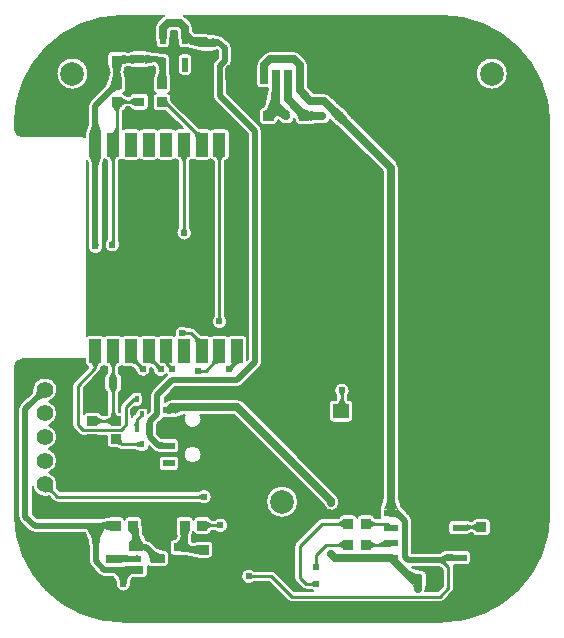
<source format=gbl>
G04 Layer: BottomLayer*
G04 EasyEDA Pro v3.2.69, 2026-01-08 09:06:00*
G04 Gerber Generator version 0.3*
G04 Scale: 100 percent, Rotated: No, Reflected: No*
G04 Dimensions in millimeters*
G04 Leading zeros omitted, absolute positions, 4 integers and 5 decimals*
G04 Generated by one-click*
%FSLAX45Y45*%
%MOMM*%
%ADD10C,0.2032*%
%ADD11R,0.9X0.8*%
%ADD12R,0.30099X0.58499*%
%ADD13R,0.8X0.9*%
%ADD14C,1.4*%
%ADD15R,1.4X1.524*%
%ADD16R,0.6007X0.6*%
%ADD17R,0.6X0.6*%
%ADD18R,0.4X0.51001*%
%ADD19R,0.86401X0.80648*%
%ADD20R,0.80648X0.86401*%
%ADD21R,1.35999X1.23*%
%ADD22R,1.0X0.6*%
%ADD23R,0.7X1.0*%
%ADD24R,1.0X2.0*%
%ADD25R,0.7X0.7*%
%ADD26R,0.48999X1.157*%
%ADD27R,0.48999X1.175*%
%ADD28R,1.2X0.6*%
%ADD29R,2.4X3.29999*%
%ADD30R,0.8X1.2*%
%ADD31R,0.7X1.2*%
%ADD32O,1.1X1.7*%
%ADD33R,1.25001X0.7*%
%ADD34C,2.0*%
%ADD35C,0.61*%
%ADD36C,0.508*%
%ADD37C,0.635*%
%ADD38C,0.254*%
G75*


G04 Copper Start*
G36*
G01X614498Y2255653D02*
G01X624775Y2257159D01*
G01X634187Y2261550D01*
G01X634187Y2224996D01*
G01X636125Y2213375D01*
G01X641729Y2203011D01*
G01X650392Y2195027D01*
G01X661177Y2190286D01*
G01X537195Y2066305D01*
G01X529486Y2056257D01*
G01X524639Y2044556D01*
G01X522986Y2032000D01*
G01X522986Y1701800D01*
G01X524639Y1689244D01*
G01X529486Y1677543D01*
G01X537195Y1667495D01*
G01X581645Y1623045D01*
G01X591693Y1615336D01*
G01X603394Y1610489D01*
G01X615950Y1608836D01*
G01X813871Y1608836D01*
G01X813871Y1543725D01*
G01X815623Y1532658D01*
G01X820710Y1522674D01*
G01X828634Y1514751D01*
G01X838617Y1509664D01*
G01X849685Y1507911D01*
G01X888307Y1507911D01*
G01X897293Y1506604D01*
G01X905534Y1502791D01*
G01X907428Y1500897D01*
G01X917475Y1493187D01*
G01X929176Y1488340D01*
G01X941732Y1486687D01*
G01X1059487Y1486687D01*
G01X1068178Y1485267D01*
G01X1075963Y1481152D01*
G01X1086182Y1475752D01*
G01X1097587Y1473887D01*
G01X1137587Y1473887D01*
G01X1148654Y1475640D01*
G01X1158638Y1480727D01*
G01X1166561Y1488650D01*
G01X1171648Y1498634D01*
G01X1173401Y1509701D01*
G01X1173401Y1521329D01*
G01X1213021Y1481709D01*
G01X1222297Y1474096D01*
G01X1232881Y1468440D01*
G01X1244364Y1464956D01*
G01X1256306Y1463780D01*
G01X1270030Y1462911D01*
G01X1283535Y1460319D01*
G01X1292495Y1459180D01*
G01X1392495Y1459180D01*
G01X1403562Y1460933D01*
G01X1413545Y1466020D01*
G01X1421469Y1473943D01*
G01X1426556Y1483927D01*
G01X1428309Y1494994D01*
G01X1428309Y1554994D01*
G01X1426556Y1566061D01*
G01X1421469Y1576045D01*
G01X1413545Y1583968D01*
G01X1403562Y1589055D01*
G01X1392495Y1590808D01*
G01X1292495Y1590808D01*
G01X1283535Y1589669D01*
G01X1279222Y1588648D01*
G01X1242733Y1625136D01*
G01X1242188Y1704777D01*
G01X1287885Y1750474D01*
G01X1295111Y1759179D01*
G01X1327213Y1759179D01*
G01X1342494Y1757429D01*
G01X1357775Y1759179D01*
G01X1392495Y1759179D01*
G01X1402414Y1760581D01*
G01X1411558Y1764675D01*
G01X1431754Y1775230D01*
G01X1453369Y1782447D01*
G01X1475856Y1786141D01*
G01X1469365Y1769984D01*
G01X1466732Y1752772D01*
G01X1468094Y1735413D01*
G01X1473382Y1718823D01*
G01X1482315Y1703877D01*
G01X1494422Y1691363D01*
G01X1509065Y1681941D01*
G01X1525472Y1676109D01*
G01X1542776Y1674174D01*
G01X1560066Y1676238D01*
G01X1576428Y1682192D01*
G01X1591001Y1691722D01*
G01X1603015Y1704326D01*
G01X1611837Y1719338D01*
G01X1617001Y1735967D01*
G01X1618234Y1753336D01*
G01X1615473Y1770528D01*
G01X1608861Y1786636D01*
G01X1889714Y1786636D01*
G01X2651179Y1025171D01*
G01X2652268Y1023883D01*
G01X2652735Y1023196D01*
G01X2658896Y1008306D01*
G01X2668407Y995299D01*
G01X2680728Y984915D01*
G01X2695158Y977743D01*
G01X2710876Y974192D01*
G01X2726987Y974464D01*
G01X2742576Y978543D01*
G01X2756756Y986197D01*
G01X2768720Y996992D01*
G01X2777787Y1010312D01*
G01X2783442Y1025401D01*
G01X2785364Y1041400D01*
G01X2785364Y1054100D01*
G01X2784066Y1067281D01*
G01X2780221Y1079956D01*
G01X2773977Y1091637D01*
G01X2765575Y1101875D01*
G01X1987459Y1879991D01*
G01X2696186Y1879991D01*
G01X2696186Y1756991D01*
G01X2697939Y1745924D01*
G01X2703026Y1735940D01*
G01X2710949Y1728017D01*
G01X2720933Y1722930D01*
G01X2732000Y1721177D01*
G01X2868000Y1721177D01*
G01X2879067Y1722930D01*
G01X2889051Y1728017D01*
G01X2896974Y1735940D01*
G01X2902061Y1745924D01*
G01X2903814Y1756991D01*
G01X2903814Y1879991D01*
G01X2902061Y1891058D01*
G01X2896974Y1901042D01*
G01X2889051Y1908965D01*
G01X2879067Y1914052D01*
G01X2868000Y1915805D01*
G01X2855437Y1915805D01*
G01X2855214Y1918091D01*
G01X2855214Y1948433D01*
G01X2857133Y1950841D01*
G01X2865553Y1963340D01*
G01X2870933Y1977417D01*
G01X2872996Y1992345D01*
G01X2871635Y2007354D01*
G01X2866920Y2021668D01*
G01X2859096Y2034548D01*
G01X2848565Y2045328D01*
G01X2835872Y2053453D01*
G01X2821673Y2058502D01*
G01X2806700Y2060214D01*
G01X2791727Y2058502D01*
G01X2777528Y2053453D01*
G01X2764835Y2045328D01*
G01X2754304Y2034548D01*
G01X2746480Y2021668D01*
G01X2741765Y2007354D01*
G01X2740404Y1992345D01*
G01X2742467Y1977417D01*
G01X2747847Y1963340D01*
G01X2756267Y1950841D01*
G01X2758186Y1948433D01*
G01X2758186Y1918091D01*
G01X2757963Y1915805D01*
G01X2757963Y1915805D01*
G01X2732000Y1915805D01*
G01X2720933Y1914052D01*
G01X2710949Y1908965D01*
G01X2703026Y1901042D01*
G01X2697939Y1891058D01*
G01X2696186Y1879991D01*
G01X1987459Y1879991D01*
G01X1965475Y1901975D01*
G01X1955237Y1910377D01*
G01X1943556Y1916621D01*
G01X1930881Y1920466D01*
G01X1917700Y1921764D01*
G01X1371701Y1921764D01*
G01X1358520Y1920466D01*
G01X1345845Y1916621D01*
G01X1334164Y1910377D01*
G01X1323926Y1901975D01*
G01X1312759Y1890807D01*
G01X1305814Y1890807D01*
G01X1305814Y1930444D01*
G01X1394017Y2018647D01*
G01X1917700Y2018647D01*
G01X1929642Y2019823D01*
G01X1941126Y2023307D01*
G01X1951709Y2028964D01*
G01X1960985Y2036576D01*
G01X2113385Y2188976D01*
G01X2120998Y2198253D01*
G01X2126654Y2208836D01*
G01X2130138Y2220319D01*
G01X2131314Y2232261D01*
G01X2131314Y4188061D01*
G01X2130138Y4200003D01*
G01X2126654Y4211487D01*
G01X2120998Y4222070D01*
G01X2113385Y4231346D01*
G01X1833623Y4511107D01*
G01X1833623Y4716735D01*
G01X1859385Y4742497D01*
G01X1866998Y4751773D01*
G01X1872654Y4762356D01*
G01X1876138Y4773839D01*
G01X1877314Y4785781D01*
G01X1877314Y4889500D01*
G01X1876138Y4901442D01*
G01X1872654Y4912926D01*
G01X1866998Y4923509D01*
G01X1859385Y4932785D01*
G01X1811524Y4980646D01*
G01X1802247Y4988259D01*
G01X1791664Y4993916D01*
G01X1780181Y4997399D01*
G01X1768239Y4998575D01*
G01X1753411Y4999766D01*
G01X1738964Y5003309D01*
G01X1725268Y5009112D01*
G01X1717229Y5012145D01*
G01X1708700Y5013175D01*
G01X1675115Y5013175D01*
G01X1663261Y5016503D01*
G01X1651000Y5017625D01*
G01X1565346Y5017625D01*
G01X1552471Y5030501D01*
G01X1546860Y5035519D01*
G01X1546860Y5061204D01*
G01X1545562Y5074385D01*
G01X1541717Y5087060D01*
G01X1535473Y5098741D01*
G01X1527071Y5108979D01*
G01X1482875Y5153175D01*
G01X1476011Y5159170D01*
G01X1468403Y5164186D01*
G01X3650000Y5164186D01*
G01X3709791Y5162229D01*
G01X3769325Y5156365D01*
G01X3828349Y5146620D01*
G01X3886609Y5133036D01*
G01X3943855Y5115670D01*
G01X3999844Y5094598D01*
G01X4054334Y5069909D01*
G01X4107093Y5041708D01*
G01X4157895Y5010118D01*
G01X4206521Y4975273D01*
G01X4252765Y4937321D01*
G01X4296427Y4896427D01*
G01X4337321Y4852765D01*
G01X4375272Y4806521D01*
G01X4410118Y4757895D01*
G01X4441708Y4707093D01*
G01X4469908Y4654334D01*
G01X4494598Y4599844D01*
G01X4515670Y4543856D01*
G01X4533036Y4486609D01*
G01X4546620Y4428349D01*
G01X4556365Y4369325D01*
G01X4562229Y4309791D01*
G01X4564186Y4250000D01*
G01X4564186Y950000D01*
G01X4562229Y890209D01*
G01X4556365Y830675D01*
G01X4546620Y771651D01*
G01X4533036Y713391D01*
G01X4515670Y656144D01*
G01X4494598Y600156D01*
G01X4469908Y545666D01*
G01X4441708Y492907D01*
G01X4410118Y442105D01*
G01X4375272Y393479D01*
G01X4337321Y347235D01*
G01X4296427Y303573D01*
G01X4252765Y262679D01*
G01X4206521Y224727D01*
G01X4157895Y189882D01*
G01X4107093Y158292D01*
G01X4054334Y130091D01*
G01X3999844Y105402D01*
G01X3943855Y84330D01*
G01X3886609Y66964D01*
G01X3828349Y53380D01*
G01X3769325Y43635D01*
G01X3709791Y37771D01*
G01X3650000Y35814D01*
G01X950000Y35814D01*
G01X890209Y37771D01*
G01X830675Y43635D01*
G01X771651Y53380D01*
G01X713391Y66964D01*
G01X656144Y84330D01*
G01X600156Y105402D01*
G01X545666Y130091D01*
G01X492907Y158292D01*
G01X442105Y189882D01*
G01X393479Y224727D01*
G01X347235Y262679D01*
G01X303573Y303573D01*
G01X262679Y347235D01*
G01X224727Y393479D01*
G01X189882Y442105D01*
G01X158292Y492907D01*
G01X130091Y545666D01*
G01X105402Y600156D01*
G01X84330Y656144D01*
G01X66964Y713391D01*
G01X53380Y771651D01*
G01X43635Y830675D01*
G01X37771Y890209D01*
G01X35814Y950000D01*
G01X35814Y1833498D01*
G01X65786Y1833498D01*
G01X65786Y925544D01*
G01X65786Y925544D01*
G01X66962Y913602D01*
G01X70446Y902119D01*
G01X76102Y891536D01*
G01X83715Y882259D01*
G01X160699Y805276D01*
G01X169975Y797663D01*
G01X180558Y792006D01*
G01X192041Y788523D01*
G01X203984Y787347D01*
G01X628926Y787347D01*
G01X640872Y765857D01*
G01X650324Y743160D01*
G01X657162Y719544D01*
G01X661301Y695308D01*
G01X662686Y670761D01*
G01X662686Y546100D01*
G01X663862Y534158D01*
G01X667346Y522674D01*
G01X673002Y512091D01*
G01X680615Y502815D01*
G01X752551Y430880D01*
G01X761827Y423267D01*
G01X772410Y417610D01*
G01X783893Y414127D01*
G01X795835Y412951D01*
G01X868614Y412951D01*
G01X879312Y401860D01*
G01X887518Y388818D01*
G01X892887Y374374D01*
G01X890273Y359232D01*
G01X891215Y343896D01*
G01X895661Y329187D01*
G01X903372Y315897D01*
G01X913936Y304739D01*
G01X926783Y296311D01*
G01X941226Y291066D01*
G01X956488Y289286D01*
G01X971750Y291066D01*
G01X986192Y296311D01*
G01X999040Y304739D01*
G01X1009603Y315897D01*
G01X1017315Y329187D01*
G01X1021761Y343896D01*
G01X1022702Y359232D01*
G01X1020089Y374374D01*
G01X1025886Y389673D01*
G01X1034862Y403351D01*
G01X1127620Y403351D01*
G01X1138687Y405104D01*
G01X1148671Y410191D01*
G01X1156594Y418114D01*
G01X1157097Y419100D01*
G01X1952986Y419100D01*
G01X1954698Y404127D01*
G01X1959747Y389928D01*
G01X1967872Y377235D01*
G01X1978652Y366704D01*
G01X1991532Y358880D01*
G01X2005846Y354165D01*
G01X2020855Y352804D01*
G01X2035783Y354867D01*
G01X2049860Y360247D01*
G01X2062359Y368667D01*
G01X2064767Y370586D01*
G01X2189705Y370586D01*
G01X2347307Y212983D01*
G01X2357355Y205274D01*
G01X2369056Y200427D01*
G01X2381612Y198774D01*
G01X3638188Y198774D01*
G01X3650744Y200427D01*
G01X3662445Y205274D01*
G01X3672493Y212983D01*
G01X3742705Y283195D01*
G01X3750414Y293243D01*
G01X3755261Y304944D01*
G01X3756914Y317500D01*
G01X3756914Y495094D01*
G01X3756178Y503512D01*
G01X3753993Y511674D01*
G01X3863806Y511674D01*
G01X3874873Y513427D01*
G01X3884857Y518514D01*
G01X3892780Y526437D01*
G01X3897867Y536421D01*
G01X3899620Y547488D01*
G01X3899620Y607488D01*
G01X3897867Y618555D01*
G01X3892780Y628539D01*
G01X3884857Y636462D01*
G01X3874873Y641549D01*
G01X3863806Y643302D01*
G01X3743806Y643302D01*
G01X3738912Y642966D01*
G01X3707932Y639769D01*
G01X3676806Y638702D01*
G01X3664864Y637526D01*
G01X3653381Y634042D01*
G01X3642798Y628386D01*
G01X3633521Y620773D01*
G01X3630215Y617467D01*
G01X3401314Y617467D01*
G01X3401314Y861488D01*
G01X3707992Y861488D01*
G01X3707992Y801488D01*
G01X3709745Y790421D01*
G01X3714832Y780437D01*
G01X3722755Y772514D01*
G01X3732739Y767427D01*
G01X3743806Y765674D01*
G01X3863806Y765674D01*
G01X3873261Y766945D01*
G01X3882045Y770666D01*
G01X3889534Y776574D01*
G01X3895199Y784250D01*
G01X3898393Y785805D01*
G01X3901906Y786340D01*
G01X3906958Y786340D01*
G01X3910311Y785854D01*
G01X3915027Y775016D01*
G01X3923014Y766304D01*
G01X3933401Y760666D01*
G01X3945058Y758716D01*
G01X4031459Y758716D01*
G01X4042526Y760469D01*
G01X4052510Y765556D01*
G01X4060433Y773479D01*
G01X4065520Y783463D01*
G01X4067273Y794530D01*
G01X4067273Y875177D01*
G01X4065520Y886244D01*
G01X4060433Y896228D01*
G01X4052510Y904151D01*
G01X4042526Y909238D01*
G01X4031459Y910991D01*
G01X3945058Y910991D01*
G01X3933401Y909041D01*
G01X3923014Y903403D01*
G01X3915027Y894691D01*
G01X3910311Y883853D01*
G01X3906958Y883368D01*
G01X3906958Y883368D01*
G01X3901906Y883368D01*
G01X3893923Y884782D01*
G01X3886912Y888851D01*
G01X3879946Y893459D01*
G01X3872102Y896328D01*
G01X3863806Y897302D01*
G01X3743806Y897302D01*
G01X3732739Y895549D01*
G01X3722755Y890462D01*
G01X3714832Y882539D01*
G01X3709745Y872555D01*
G01X3707992Y861488D01*
G01X3401314Y861488D01*
G01X3401314Y891334D01*
G01X3400138Y903277D01*
G01X3396654Y914760D01*
G01X3390998Y925343D01*
G01X3383385Y934619D01*
G01X3359713Y958291D01*
G01X3334883Y983858D01*
G01X3310813Y1010141D01*
G01X3301717Y1027249D01*
G01X3295090Y1045456D01*
G01X3291062Y1064409D01*
G01X3289710Y1083738D01*
G01X3289710Y3875947D01*
G01X3288412Y3889128D01*
G01X3284567Y3901803D01*
G01X3278324Y3913484D01*
G01X3269921Y3923722D01*
G01X2896427Y4297217D01*
G01X2876464Y4318723D01*
G01X2858156Y4341654D01*
G01X2841602Y4365883D01*
G01X2836624Y4372118D01*
G01X2830389Y4377096D01*
G01X2806160Y4393649D01*
G01X2783229Y4411958D01*
G01X2761723Y4431920D01*
G01X2700868Y4492775D01*
G01X2690630Y4501177D01*
G01X2678949Y4507421D01*
G01X2666275Y4511266D01*
G01X2653094Y4512564D01*
G01X2567986Y4512564D01*
G01X2518503Y4562047D01*
G01X2520540Y4583081D01*
G01X2520814Y4587499D01*
G01X2520814Y4675000D01*
G01X3939186Y4675000D01*
G01X3941038Y4652646D01*
G01X3946545Y4630901D01*
G01X3955555Y4610360D01*
G01X3967824Y4591581D01*
G01X3983016Y4575078D01*
G01X4000717Y4561301D01*
G01X4020444Y4550625D01*
G01X4041660Y4543342D01*
G01X4063785Y4539650D01*
G01X4086215Y4539650D01*
G01X4108340Y4543342D01*
G01X4129556Y4550625D01*
G01X4149283Y4561301D01*
G01X4166984Y4575078D01*
G01X4182176Y4591581D01*
G01X4194445Y4610360D01*
G01X4203455Y4630901D01*
G01X4208962Y4652646D01*
G01X4210814Y4675000D01*
G01X4208962Y4697354D01*
G01X4203455Y4719099D01*
G01X4194445Y4739640D01*
G01X4182176Y4758419D01*
G01X4166984Y4774922D01*
G01X4149283Y4788699D01*
G01X4129556Y4799375D01*
G01X4108340Y4806658D01*
G01X4086215Y4810350D01*
G01X4063785Y4810350D01*
G01X4041660Y4806658D01*
G01X4020444Y4799375D01*
G01X4000717Y4788699D01*
G01X3983016Y4774922D01*
G01X3967824Y4758419D01*
G01X3955555Y4739640D01*
G01X3946545Y4719099D01*
G01X3941038Y4697354D01*
G01X3939186Y4675000D01*
G01X3939186Y4675000D01*
G01X2520814Y4675000D01*
G01X2520814Y4707498D01*
G01X2520379Y4713060D01*
G01X2518269Y4731024D01*
G01X2517564Y4749098D01*
G01X2516265Y4762280D01*
G01X2512421Y4774954D01*
G01X2506177Y4786635D01*
G01X2497775Y4796873D01*
G01X2446975Y4847673D01*
G01X2436736Y4856076D01*
G01X2425055Y4862319D01*
G01X2412381Y4866164D01*
G01X2399200Y4867462D01*
G01X2200800Y4867462D01*
G01X2187619Y4866164D01*
G01X2174945Y4862319D01*
G01X2163264Y4856076D01*
G01X2153025Y4847673D01*
G01X2102225Y4796873D01*
G01X2093823Y4786635D01*
G01X2087579Y4774954D01*
G01X2083734Y4762280D01*
G01X2082436Y4749098D01*
G01X2081731Y4731024D01*
G01X2079621Y4713060D01*
G01X2079186Y4707498D01*
G01X2079186Y4587499D01*
G01X2080939Y4576431D01*
G01X2086026Y4566448D01*
G01X2093949Y4558524D01*
G01X2103933Y4553437D01*
G01X2115000Y4551685D01*
G01X2181138Y4551685D01*
G01X2181204Y4550159D01*
G01X2177065Y4510888D01*
G01X2170031Y4472032D01*
G01X2160140Y4433802D01*
G01X2147449Y4396409D01*
G01X2133228Y4392376D01*
G01X2122144Y4387784D01*
G01X2113199Y4379789D01*
G01X2107395Y4369288D01*
G01X2105386Y4357460D01*
G01X2105386Y4276813D01*
G01X2107139Y4265745D01*
G01X2112226Y4255762D01*
G01X2120149Y4247838D01*
G01X2130133Y4242751D01*
G01X2141200Y4240999D01*
G01X2227600Y4240999D01*
G01X2237292Y4242335D01*
G01X2246260Y4246244D01*
G01X2253836Y4252434D01*
G01X2259454Y4260443D01*
G01X2262696Y4269673D01*
G01X2265409Y4280556D01*
G01X2268465Y4280057D01*
G01X2276408Y4267848D01*
G01X2282126Y4260835D01*
G01X2289420Y4255479D01*
G01X2297824Y4252123D01*
G01X2306800Y4250980D01*
G01X2321522Y4250980D01*
G01X2336800Y4249230D01*
G01X2352078Y4250980D01*
G01X2366800Y4250980D01*
G01X2377867Y4252732D01*
G01X2387851Y4257819D01*
G01X2395774Y4265743D01*
G01X2400861Y4275726D01*
G01X2402614Y4286794D01*
G01X2402614Y4294319D01*
G01X2407458Y4281736D01*
G01X2411104Y4268755D01*
G01X2415711Y4257701D01*
G01X2423705Y4248784D01*
G01X2434192Y4243001D01*
G01X2446000Y4240999D01*
G01X2532400Y4240999D01*
G01X2538796Y4241574D01*
G01X2583044Y4247569D01*
G01X2627650Y4249572D01*
G01X2634802Y4249572D01*
G01X2645898Y4249366D01*
G01X2656878Y4250980D01*
G01X2671600Y4250980D01*
G01X2682667Y4252732D01*
G01X2692651Y4257819D01*
G01X2700574Y4265743D01*
G01X2705661Y4275726D01*
G01X2707414Y4286794D01*
G01X2707414Y4287862D01*
G01X2720998Y4267704D01*
G01X2725976Y4261469D01*
G01X2732211Y4256491D01*
G01X2756440Y4239938D01*
G01X2779371Y4221629D01*
G01X2800877Y4201667D01*
G01X3154582Y3847961D01*
G01X3154582Y1083738D01*
G01X3154582Y1083738D01*
G01X3153141Y1063785D01*
G01X3148849Y1044246D01*
G01X3141794Y1025526D01*
G01X3132124Y1008014D01*
G01X3127811Y998671D01*
G01X3126332Y988488D01*
G01X3126332Y928488D01*
G01X3127337Y920065D01*
G01X3130295Y912114D01*
G01X3087460Y912114D01*
G01X3084728Y912434D01*
G01X3081755Y922072D01*
G01X3076212Y930499D01*
G01X3068540Y937046D01*
G01X3059346Y941194D01*
G01X3049360Y942614D01*
G01X2968713Y942614D01*
G01X2959099Y941300D01*
G01X2950191Y937453D01*
G01X2942642Y931356D01*
G01X2937007Y923456D01*
G01X2933700Y914334D01*
G01X2930393Y923456D01*
G01X2924758Y931356D01*
G01X2917209Y937453D01*
G01X2908301Y941300D01*
G01X2898687Y942614D01*
G01X2818040Y942614D01*
G01X2808054Y941194D01*
G01X2798860Y937046D01*
G01X2791188Y930499D01*
G01X2785645Y922072D01*
G01X2782672Y912434D01*
G01X2779940Y912114D01*
G01X2641600Y912114D01*
G01X2629044Y910461D01*
G01X2617343Y905614D01*
G01X2607295Y897905D01*
G01X2416795Y707405D01*
G01X2409086Y697357D01*
G01X2404239Y685656D01*
G01X2402586Y673100D01*
G01X2402586Y406400D01*
G01X2404239Y393844D01*
G01X2409086Y382143D01*
G01X2416795Y372095D01*
G01X2467595Y321295D01*
G01X2477643Y313586D01*
G01X2489344Y308739D01*
G01X2501900Y307086D01*
G01X2545333Y307086D01*
G01X2547741Y305167D01*
G01X2554633Y300017D01*
G01X2562134Y295802D01*
G01X2401707Y295802D01*
G01X2244105Y453405D01*
G01X2234057Y461114D01*
G01X2222356Y465961D01*
G01X2209800Y467614D01*
G01X2064767Y467614D01*
G01X2062359Y469533D01*
G01X2049860Y477953D01*
G01X2035783Y483333D01*
G01X2020855Y485396D01*
G01X2005846Y484035D01*
G01X1991532Y479320D01*
G01X1978652Y471496D01*
G01X1967872Y460965D01*
G01X1959747Y448272D01*
G01X1954698Y434073D01*
G01X1952986Y419100D01*
G01X1157097Y419100D01*
G01X1161681Y428098D01*
G01X1163434Y439165D01*
G01X1163434Y504577D01*
G01X1173057Y499940D01*
G01X1183620Y498347D01*
G01X1308621Y498347D01*
G01X1319688Y500100D01*
G01X1329672Y505187D01*
G01X1337595Y513110D01*
G01X1342682Y523094D01*
G01X1344435Y534161D01*
G01X1344435Y604161D01*
G01X1342682Y615228D01*
G01X1337595Y625212D01*
G01X1329672Y633135D01*
G01X1319688Y638222D01*
G01X1308621Y639975D01*
G01X1300923Y639975D01*
G01X1285663Y641159D01*
G01X1270768Y644684D01*
G01X1256596Y650466D01*
G01X1243485Y658365D01*
G01X1202694Y699157D01*
G01X1347805Y699157D01*
G01X1347805Y629157D01*
G01X1349558Y618090D01*
G01X1354645Y608106D01*
G01X1362568Y600183D01*
G01X1372552Y595096D01*
G01X1383619Y593343D01*
G01X1442117Y593343D01*
G01X1485611Y591695D01*
G01X1495381Y587071D01*
G01X1505812Y584237D01*
G01X1516579Y583283D01*
G01X1518820Y583283D01*
G01X1540187Y581904D01*
G01X1561200Y577788D01*
G01X1581510Y571005D01*
G01X1588136Y569027D01*
G01X1595020Y568359D01*
G01X1681420Y568359D01*
G01X1692487Y570112D01*
G01X1702471Y575199D01*
G01X1710394Y583122D01*
G01X1715481Y593106D01*
G01X1717234Y604173D01*
G01X1717234Y684821D01*
G01X1715481Y695888D01*
G01X1710394Y705872D01*
G01X1702471Y713795D01*
G01X1692487Y718882D01*
G01X1681420Y720635D01*
G01X1595020Y720635D01*
G01X1588136Y719967D01*
G01X1581510Y717989D01*
G01X1563329Y711783D01*
G01X1544554Y707716D01*
G01X1542016Y712396D01*
G01X1537317Y730873D01*
G01X1534249Y749690D01*
G01X1538898Y770223D01*
G01X1546576Y789825D01*
G01X1549320Y797827D01*
G01X1552627Y788704D01*
G01X1558262Y780805D01*
G01X1565811Y774708D01*
G01X1574719Y770861D01*
G01X1584333Y769546D01*
G01X1664980Y769546D01*
G01X1675431Y771105D01*
G01X1684972Y775645D01*
G01X1692773Y782772D01*
G01X1698154Y791865D01*
G01X1700648Y802133D01*
G01X1703080Y802386D01*
G01X1732533Y802386D01*
G01X1734941Y800467D01*
G01X1747440Y792047D01*
G01X1761517Y786667D01*
G01X1776445Y784604D01*
G01X1791454Y785965D01*
G01X1805768Y790680D01*
G01X1818648Y798504D01*
G01X1829428Y809035D01*
G01X1837553Y821728D01*
G01X1842602Y835927D01*
G01X1844314Y850900D01*
G01X1842602Y865873D01*
G01X1837553Y880072D01*
G01X1829428Y892765D01*
G01X1818648Y903296D01*
G01X1805768Y911120D01*
G01X1791454Y915835D01*
G01X1776445Y917196D01*
G01X1761517Y915133D01*
G01X1747440Y909753D01*
G01X1734941Y901333D01*
G01X1732533Y899414D01*
G01X1703080Y899414D01*
G01X1699866Y899860D01*
G01X1695252Y910899D01*
G01X1687258Y919803D01*
G01X1676777Y925576D01*
G01X1664980Y927575D01*
G01X1584333Y927575D01*
G01X1574719Y926261D01*
G01X1565811Y922414D01*
G01X1558262Y916317D01*
G01X1552627Y908417D01*
G01X1549320Y899295D01*
G01X1546013Y908417D01*
G01X1540378Y916317D01*
G01X1532829Y922414D01*
G01X1523921Y926261D01*
G01X1514307Y927575D01*
G01X1433660Y927575D01*
G01X1422593Y925822D01*
G01X1412609Y920735D01*
G01X1404686Y912812D01*
G01X1399599Y902828D01*
G01X1397846Y891761D01*
G01X1397846Y805360D01*
G01X1399711Y793953D01*
G01X1404656Y776769D01*
G01X1408073Y759218D01*
G01X1408073Y759218D01*
G01X1402713Y746288D01*
G01X1394477Y734971D01*
G01X1383619Y734971D01*
G01X1372552Y733218D01*
G01X1362568Y728131D01*
G01X1354645Y720208D01*
G01X1349558Y710224D01*
G01X1347805Y699157D01*
G01X1202694Y699157D01*
G01X1194409Y707441D01*
G01X1181992Y717018D01*
G01X1167550Y723126D01*
G01X1152030Y725364D01*
G01X1149708Y727348D01*
G01X1139886Y737024D01*
G01X1132488Y748658D01*
G01X1127892Y761657D01*
G01X1126334Y775357D01*
G01X1126334Y823897D01*
G01X1125225Y835495D01*
G01X1121939Y846674D01*
G01X1116594Y857026D01*
G01X1116594Y891761D01*
G01X1114841Y902828D01*
G01X1109754Y912812D01*
G01X1101831Y920735D01*
G01X1091847Y925822D01*
G01X1080780Y927575D01*
G01X1000133Y927575D01*
G01X990519Y926261D01*
G01X981611Y922414D01*
G01X974062Y916317D01*
G01X968427Y908417D01*
G01X965120Y899295D01*
G01X961813Y908417D01*
G01X956178Y916317D01*
G01X948629Y922414D01*
G01X939721Y926261D01*
G01X930107Y927575D01*
G01X849460Y927575D01*
G01X841313Y926636D01*
G01X833593Y923869D01*
G01X814283Y916100D01*
G01X794014Y911365D01*
G01X773260Y909775D01*
G01X229339Y909775D01*
G01X188214Y950900D01*
G01X188214Y1178501D01*
G01X193208Y1160960D01*
G01X201141Y1144538D01*
G01X211775Y1129722D01*
G01X224795Y1116952D01*
G01X239815Y1106608D01*
G01X256388Y1098996D01*
G01X274022Y1094343D01*
G01X292192Y1092787D01*
G01X294575Y1092803D01*
G01X295636Y1092846D01*
G01X297061Y1092903D01*
G01X299602Y1093005D01*
G01X302599Y1093252D01*
G01X311640Y1094380D01*
G01X313782Y1094714D01*
G01X325201Y1096847D01*
G01X325734Y1096359D01*
G01X364197Y1057895D01*
G01X374245Y1050186D01*
G01X385946Y1045339D01*
G01X398502Y1043686D01*
G01X1592833Y1043686D01*
G01X1595241Y1041767D01*
G01X1607740Y1033347D01*
G01X1621817Y1027967D01*
G01X1636745Y1025904D01*
G01X1651754Y1027265D01*
G01X1666068Y1031980D01*
G01X1678948Y1039804D01*
G01X1689385Y1050000D01*
G01X2164186Y1050000D01*
G01X2166038Y1027646D01*
G01X2171545Y1005901D01*
G01X2180555Y985360D01*
G01X2192824Y966581D01*
G01X2208016Y950078D01*
G01X2225717Y936301D01*
G01X2245444Y925625D01*
G01X2266660Y918342D01*
G01X2288785Y914650D01*
G01X2311215Y914650D01*
G01X2333340Y918342D01*
G01X2354556Y925625D01*
G01X2374283Y936301D01*
G01X2391984Y950078D01*
G01X2407176Y966581D01*
G01X2419445Y985360D01*
G01X2428455Y1005901D01*
G01X2433962Y1027646D01*
G01X2435814Y1050000D01*
G01X2433962Y1072354D01*
G01X2428455Y1094099D01*
G01X2419445Y1114640D01*
G01X2407176Y1133419D01*
G01X2391984Y1149922D01*
G01X2374283Y1163699D01*
G01X2354556Y1174375D01*
G01X2333340Y1181658D01*
G01X2311215Y1185350D01*
G01X2288785Y1185350D01*
G01X2266660Y1181658D01*
G01X2245444Y1174375D01*
G01X2225717Y1163699D01*
G01X2208016Y1149922D01*
G01X2192824Y1133419D01*
G01X2180555Y1114640D01*
G01X2171545Y1094099D01*
G01X2166038Y1072354D01*
G01X2164186Y1050000D01*
G01X2164186Y1050000D01*
G01X1689385Y1050000D01*
G01X1689728Y1050335D01*
G01X1697853Y1063028D01*
G01X1702902Y1077227D01*
G01X1704614Y1092200D01*
G01X1702902Y1107173D01*
G01X1697853Y1121372D01*
G01X1689728Y1134065D01*
G01X1678948Y1144596D01*
G01X1666068Y1152420D01*
G01X1651754Y1157135D01*
G01X1636745Y1158496D01*
G01X1621817Y1156433D01*
G01X1607740Y1151053D01*
G01X1595241Y1142633D01*
G01X1592833Y1140714D01*
G01X418597Y1140714D01*
G01X394343Y1164968D01*
G01X393855Y1165501D01*
G01X395988Y1176920D01*
G01X396322Y1179062D01*
G01X397450Y1188103D01*
G01X397697Y1191100D01*
G01X397799Y1193641D01*
G01X397856Y1195066D01*
G01X397899Y1196127D01*
G01X397915Y1198509D01*
G01X396279Y1217137D01*
G01X391390Y1235185D01*
G01X383400Y1252091D01*
G01X372558Y1267326D01*
G01X359205Y1280416D01*
G01X343756Y1290950D01*
G01X326693Y1298600D01*
G01X343744Y1306244D01*
G01X359185Y1316769D01*
G01X372533Y1329845D01*
G01X383373Y1345065D01*
G01X391367Y1361955D01*
G01X396265Y1379987D01*
G01X397915Y1398600D01*
G01X397347Y1405007D01*
G01X1256681Y1405007D01*
G01X1256681Y1345007D01*
G01X1258434Y1333940D01*
G01X1263521Y1323956D01*
G01X1271444Y1316033D01*
G01X1281428Y1310946D01*
G01X1292495Y1309193D01*
G01X1392495Y1309193D01*
G01X1392495Y1309193D01*
G01X1403562Y1310946D01*
G01X1413545Y1316033D01*
G01X1421469Y1323956D01*
G01X1426556Y1333940D01*
G01X1428309Y1345007D01*
G01X1428309Y1405007D01*
G01X1426556Y1416074D01*
G01X1421469Y1426058D01*
G01X1413545Y1433981D01*
G01X1403562Y1439068D01*
G01X1392495Y1440821D01*
G01X1292495Y1440821D01*
G01X1281428Y1439068D01*
G01X1271444Y1433981D01*
G01X1263521Y1426058D01*
G01X1258434Y1416074D01*
G01X1256681Y1405007D01*
G01X397347Y1405007D01*
G01X396265Y1417213D01*
G01X391367Y1435246D01*
G01X384390Y1449988D01*
G01X1466680Y1449988D01*
G01X1468581Y1433118D01*
G01X1474188Y1417093D01*
G01X1483221Y1402718D01*
G01X1495225Y1390714D01*
G01X1509600Y1381682D01*
G01X1525624Y1376075D01*
G01X1542494Y1374174D01*
G01X1559364Y1376075D01*
G01X1575389Y1381682D01*
G01X1589763Y1390714D01*
G01X1601768Y1402718D01*
G01X1610800Y1417093D01*
G01X1616407Y1433118D01*
G01X1618308Y1449988D01*
G01X1616407Y1466858D01*
G01X1610800Y1482882D01*
G01X1601768Y1497257D01*
G01X1589763Y1509261D01*
G01X1575389Y1518294D01*
G01X1559364Y1523901D01*
G01X1542494Y1525802D01*
G01X1525624Y1523901D01*
G01X1509600Y1518294D01*
G01X1495225Y1509261D01*
G01X1483221Y1497257D01*
G01X1474188Y1482882D01*
G01X1468581Y1466858D01*
G01X1466680Y1449988D01*
G01X1466680Y1449988D01*
G01X384390Y1449988D01*
G01X383373Y1452135D01*
G01X372533Y1467356D01*
G01X359185Y1480432D01*
G01X343744Y1490956D01*
G01X326693Y1498600D01*
G01X344996Y1506955D01*
G01X361386Y1518623D01*
G01X375271Y1533183D01*
G01X386149Y1550107D01*
G01X393628Y1568785D01*
G01X397436Y1588540D01*
G01X397436Y1608659D01*
G01X393628Y1628415D01*
G01X386149Y1647092D01*
G01X375271Y1664017D01*
G01X361386Y1678576D01*
G01X344996Y1690245D01*
G01X326693Y1698600D01*
G01X343744Y1706244D01*
G01X359185Y1716768D01*
G01X372533Y1729844D01*
G01X383373Y1745064D01*
G01X391367Y1761954D01*
G01X396265Y1779986D01*
G01X397915Y1798599D01*
G01X396265Y1817212D01*
G01X391367Y1835245D01*
G01X383373Y1852135D01*
G01X372533Y1867355D01*
G01X359185Y1880431D01*
G01X343744Y1890955D01*
G01X326693Y1898599D01*
G01X344033Y1906405D01*
G01X359695Y1917188D01*
G01X373174Y1930601D01*
G01X384035Y1946209D01*
G01X391927Y1963509D01*
G01X396596Y1981942D01*
G01X397890Y2000914D01*
G01X395767Y2019810D01*
G01X390297Y2038022D01*
G01X381656Y2054960D01*
G01X370122Y2070078D01*
G01X356069Y2082888D01*
G01X339950Y2092976D01*
G01X322286Y2100016D01*
G01X303647Y2103781D01*
G01X284636Y2104149D01*
G01X265865Y2101109D01*
G01X247942Y2094758D01*
G01X231444Y2085301D01*
G01X216906Y2073045D01*
G01X204796Y2058385D01*
G01X195505Y2041794D01*
G01X189334Y2023807D01*
G01X186482Y2005007D01*
G01X185611Y1990872D01*
G01X185073Y1985498D01*
G01X184390Y1981363D01*
G01X183640Y1978530D01*
G01X182936Y1976795D01*
G01X182274Y1975683D01*
G01X180383Y1973450D01*
G01X83715Y1876783D01*
G01X76102Y1867506D01*
G01X70446Y1856923D01*
G01X66962Y1845440D01*
G01X65786Y1833498D01*
G01X35814Y1833498D01*
G01X35814Y2191467D01*
G01X37423Y2205750D01*
G01X42170Y2219316D01*
G01X49817Y2231486D01*
G01X59981Y2241649D01*
G01X72151Y2249296D01*
G01X85717Y2254044D01*
G01X100000Y2255653D01*
G01X614498Y2255653D01*
G37*
G36*
G01X3515920Y313290D02*
G01X3516827Y320271D01*
G01X3519489Y326788D01*
G01X3522980Y335335D01*
G01X3524170Y344490D01*
G01X3524170Y434490D01*
G01X3522417Y445557D01*
G01X3517330Y455541D01*
G01X3509407Y463464D01*
G01X3499423Y468551D01*
G01X3488356Y470304D01*
G01X3477398Y470304D01*
G01X3456906Y471897D01*
G01X3436907Y476639D01*
G01X3417881Y484415D01*
G01X3400286Y495039D01*
G01X3629213Y495039D01*
G01X3640469Y491859D01*
G01X3659886Y474979D01*
G01X3659886Y337595D01*
G01X3618093Y295802D01*
G01X3513618Y295802D01*
G01X3515342Y304471D01*
G01X3515920Y313290D01*
G37*
G36*
G01X634187Y4175004D02*
G01X634187Y4137343D01*
G01X624775Y4141734D01*
G01X614498Y4143240D01*
G01X100000Y4143240D01*
G01X85717Y4144849D01*
G01X72151Y4149597D01*
G01X59981Y4157244D01*
G01X49817Y4167407D01*
G01X42170Y4179577D01*
G01X37423Y4193143D01*
G01X35814Y4207426D01*
G01X35814Y4250000D01*
G01X37771Y4309791D01*
G01X43635Y4369325D01*
G01X53380Y4428349D01*
G01X66964Y4486609D01*
G01X84330Y4543856D01*
G01X105402Y4599844D01*
G01X130091Y4654334D01*
G01X141138Y4675000D01*
G01X389186Y4675000D01*
G01X391038Y4652646D01*
G01X396545Y4630901D01*
G01X405555Y4610360D01*
G01X417824Y4591581D01*
G01X433016Y4575078D01*
G01X450717Y4561301D01*
G01X470444Y4550625D01*
G01X491660Y4543342D01*
G01X513785Y4539650D01*
G01X536215Y4539650D01*
G01X558340Y4543342D01*
G01X579556Y4550625D01*
G01X599283Y4561301D01*
G01X616984Y4575078D01*
G01X632176Y4591581D01*
G01X644445Y4610360D01*
G01X653455Y4630901D01*
G01X658962Y4652646D01*
G01X660814Y4675000D01*
G01X658962Y4697354D01*
G01X653455Y4719099D01*
G01X644445Y4739640D01*
G01X632176Y4758419D01*
G01X616984Y4774922D01*
G01X599283Y4788699D01*
G01X579556Y4799375D01*
G01X558340Y4806658D01*
G01X536215Y4810350D01*
G01X513785Y4810350D01*
G01X491660Y4806658D01*
G01X470444Y4799375D01*
G01X450717Y4788699D01*
G01X433016Y4774922D01*
G01X417824Y4758419D01*
G01X405555Y4739640D01*
G01X396545Y4719099D01*
G01X391038Y4697354D01*
G01X389186Y4675000D01*
G01X389186Y4675000D01*
G01X141138Y4675000D01*
G01X158292Y4707093D01*
G01X189882Y4757895D01*
G01X224727Y4806521D01*
G01X262679Y4852765D01*
G01X303573Y4896427D01*
G01X347235Y4937321D01*
G01X393479Y4975273D01*
G01X442105Y5010118D01*
G01X492907Y5041708D01*
G01X545666Y5069909D01*
G01X600156Y5094598D01*
G01X656144Y5115670D01*
G01X713391Y5133036D01*
G01X771651Y5146620D01*
G01X830675Y5156365D01*
G01X890209Y5162229D01*
G01X950000Y5164186D01*
G01X1300197Y5164186D01*
G01X1292589Y5159170D01*
G01X1285725Y5153175D01*
G01X1240824Y5108274D01*
G01X1232421Y5098035D01*
G01X1226178Y5086354D01*
G01X1222333Y5073680D01*
G01X1221035Y5060499D01*
G01X1221035Y4983431D01*
G01X1223054Y4967037D01*
G01X1228990Y4951623D01*
G01X1228990Y4924876D01*
G01X1230743Y4913809D01*
G01X1235830Y4903825D01*
G01X1243753Y4895902D01*
G01X1253737Y4890815D01*
G01X1264804Y4889062D01*
G01X1313804Y4889062D01*
G01X1324871Y4890815D01*
G01X1334855Y4895902D01*
G01X1342778Y4903825D01*
G01X1347865Y4913809D01*
G01X1349618Y4924876D01*
G01X1349618Y4952276D01*
G01X1354536Y4965130D01*
G01X1356749Y4978713D01*
G01X1356163Y4992463D01*
G01X1356163Y5032513D01*
G01X1361486Y5037836D01*
G01X1407114Y5037836D01*
G01X1411732Y5033218D01*
G01X1411732Y4982726D01*
G01X1413570Y4967075D01*
G01X1418982Y4952276D01*
G01X1418982Y4924876D01*
G01X1420735Y4913809D01*
G01X1425822Y4903825D01*
G01X1433745Y4895902D01*
G01X1443729Y4890815D01*
G01X1454796Y4889062D01*
G01X1503796Y4889062D01*
G01X1507834Y4889290D01*
G01X1522212Y4884217D01*
G01X1537360Y4882497D01*
G01X1559534Y4880630D01*
G01X1581082Y4875080D01*
G01X1601399Y4866003D01*
G01X1609767Y4862679D01*
G01X1618700Y4861547D01*
G01X1708700Y4861547D01*
G01X1717229Y4862578D01*
G01X1725268Y4865610D01*
G01X1735239Y4870088D01*
G01X1745667Y4873363D01*
G01X1754886Y4864144D01*
G01X1754886Y4811137D01*
G01X1729125Y4785376D01*
G01X1721512Y4776100D01*
G01X1715855Y4765516D01*
G01X1712372Y4754033D01*
G01X1711195Y4742091D01*
G01X1711195Y4485752D01*
G01X1712372Y4473810D01*
G01X1715855Y4462326D01*
G01X1721512Y4451743D01*
G01X1729125Y4442467D01*
G01X2008886Y4162706D01*
G01X2008886Y2257617D01*
G01X2005813Y2254543D01*
G01X2005813Y2424995D01*
G01X2004060Y2436062D01*
G01X1998973Y2446046D01*
G01X1991050Y2453969D01*
G01X1981066Y2459056D01*
G01X1969999Y2460809D01*
G01X1869999Y2460809D01*
G01X1860873Y2459627D01*
G01X1852350Y2456159D01*
G01X1844993Y2450634D01*
G01X1837635Y2456159D01*
G01X1829112Y2459627D01*
G01X1819986Y2460809D01*
G01X1719986Y2460809D01*
G01X1710867Y2459629D01*
G01X1702348Y2456165D01*
G01X1694993Y2450646D01*
G01X1687637Y2456165D01*
G01X1679119Y2459629D01*
G01X1669999Y2460809D01*
G01X1626999Y2460809D01*
G01X1618013Y2462116D01*
G01X1609772Y2465929D01*
G01X1564002Y2511700D01*
G01X1553954Y2519410D01*
G01X1542254Y2524256D01*
G01X1529697Y2525909D01*
G01X1498964Y2525909D01*
G01X1496556Y2527828D01*
G01X1484486Y2536023D01*
G01X1470917Y2541381D01*
G01X1456504Y2543641D01*
G01X1441945Y2542695D01*
G01X1427946Y2538589D01*
G01X1415183Y2531521D01*
G01X1404275Y2521833D01*
G01X1395749Y2509995D01*
G01X1390018Y2496579D01*
G01X1387360Y2482234D01*
G01X1387902Y2467655D01*
G01X1391620Y2453547D01*
G01X1381403Y2458945D01*
G01X1370000Y2460809D01*
G01X1270000Y2460809D01*
G01X1260875Y2459627D01*
G01X1252352Y2456159D01*
G01X1244994Y2450634D01*
G01X1237636Y2456159D01*
G01X1229113Y2459627D01*
G01X1219987Y2460809D01*
G01X1119988Y2460809D01*
G01X1110868Y2459629D01*
G01X1102350Y2456165D01*
G01X1094994Y2450646D01*
G01X1087638Y2456165D01*
G01X1079120Y2459629D01*
G01X1070000Y2460809D01*
G01X970001Y2460809D01*
G01X960875Y2459627D01*
G01X952352Y2456159D01*
G01X944994Y2450634D01*
G01X937636Y2456159D01*
G01X929113Y2459627D01*
G01X919988Y2460809D01*
G01X819988Y2460809D01*
G01X810869Y2459629D01*
G01X802350Y2456165D01*
G01X794995Y2450646D01*
G01X787639Y2456165D01*
G01X779121Y2459629D01*
G01X770001Y2460809D01*
G01X670001Y2460809D01*
G01X659725Y2459303D01*
G01X650312Y2454912D01*
G01X650312Y3937919D01*
G01X654989Y3925329D01*
G01X657833Y3912202D01*
G01X658787Y3898805D01*
G01X658787Y3250284D01*
G01X658621Y3245183D01*
G01X658244Y3241030D01*
G01X657197Y3234390D01*
G01X653953Y3219036D01*
G01X654408Y3203349D01*
G01X658536Y3188209D01*
G01X666106Y3174462D01*
G01X676694Y3162880D01*
G01X689708Y3154109D01*
G01X704418Y3148643D01*
G01X720001Y3146786D01*
G01X735584Y3148643D01*
G01X750294Y3154109D01*
G01X763308Y3162880D01*
G01X773896Y3174462D01*
G01X781466Y3188209D01*
G01X785594Y3203349D01*
G01X786049Y3219036D01*
G01X782805Y3234390D01*
G01X781759Y3241030D01*
G01X781381Y3245183D01*
G01X781215Y3250284D01*
G01X781215Y3898805D01*
G01X782844Y3916277D01*
G01X787675Y3933146D01*
G01X795542Y3948831D01*
G01X802791Y3943590D01*
G01X811113Y3940308D01*
G01X819988Y3939191D01*
G01X821251Y3939191D01*
G01X821474Y3936905D01*
G01X821474Y3277015D01*
G01X811047Y3266244D01*
G01X803305Y3253405D01*
G01X798645Y3239156D01*
G01X797305Y3224224D01*
G01X799353Y3209373D01*
G01X804684Y3195362D01*
G01X813027Y3182906D01*
G01X823955Y3172642D01*
G01X836908Y3165095D01*
G01X851226Y3160651D01*
G01X866176Y3159536D01*
G01X880995Y3161808D01*
G01X894925Y3167351D01*
G01X907253Y3175881D01*
G01X917351Y3186962D01*
G01X924701Y3200028D01*
G01X928929Y3214411D01*
G01X929818Y3229377D01*
G01X927322Y3244159D01*
G01X921570Y3258004D01*
G01X919481Y3261851D01*
G01X918502Y3264130D01*
G01X918502Y3936905D01*
G01X918725Y3939191D01*
G01X919988Y3939191D01*
G01X929113Y3940373D01*
G01X937636Y3943841D01*
G01X944994Y3949366D01*
G01X952352Y3943841D01*
G01X960875Y3940373D01*
G01X970001Y3939191D01*
G01X1070000Y3939191D01*
G01X1079120Y3940371D01*
G01X1087638Y3943835D01*
G01X1094994Y3949354D01*
G01X1102350Y3943835D01*
G01X1110868Y3940371D01*
G01X1119988Y3939191D01*
G01X1219987Y3939191D01*
G01X1229113Y3940373D01*
G01X1237636Y3943841D01*
G01X1244994Y3949366D01*
G01X1252352Y3943841D01*
G01X1260875Y3940373D01*
G01X1270000Y3939191D01*
G01X1370000Y3939191D01*
G01X1379119Y3940371D01*
G01X1387638Y3943835D01*
G01X1394993Y3949354D01*
G01X1402349Y3943835D01*
G01X1410867Y3940371D01*
G01X1419987Y3939191D01*
G01X1421250Y3939191D01*
G01X1421473Y3936905D01*
G01X1421473Y3372640D01*
G01X1421313Y3372372D01*
G01X1419225Y3369584D01*
G01X1411271Y3356790D01*
G01X1406409Y3342531D01*
G01X1404891Y3327543D01*
G01X1406796Y3312599D01*
G01X1412024Y3298471D01*
G01X1420306Y3285887D01*
G01X1431215Y3275497D01*
G01X1444187Y3267837D01*
G01X1458554Y3263303D01*
G01X1473573Y3262128D01*
G01X1488469Y3264374D01*
G01X1502475Y3269924D01*
G01X1514866Y3278492D01*
G01X1525004Y3289635D01*
G01X1532365Y3302779D01*
G01X1536569Y3317246D01*
G01X1537400Y3332287D01*
G01X1534814Y3347129D01*
G01X1528946Y3361004D01*
G01X1520097Y3373196D01*
G01X1518501Y3375101D01*
G01X1518501Y3936905D01*
G01X1518724Y3939191D01*
G01X1519987Y3939191D01*
G01X1529112Y3940373D01*
G01X1537635Y3943841D01*
G01X1544993Y3949366D01*
G01X1552351Y3943841D01*
G01X1560874Y3940373D01*
G01X1569999Y3939191D01*
G01X1669999Y3939191D01*
G01X1679119Y3940371D01*
G01X1687637Y3943835D01*
G01X1694993Y3949354D01*
G01X1702348Y3943835D01*
G01X1710867Y3940371D01*
G01X1719986Y3939191D01*
G01X1721249Y3939191D01*
G01X1721472Y3936905D01*
G01X1721472Y2623567D01*
G01X1719553Y2621159D01*
G01X1711134Y2608660D01*
G01X1705753Y2594583D01*
G01X1703690Y2579655D01*
G01X1705051Y2564646D01*
G01X1709766Y2550332D01*
G01X1717591Y2537452D01*
G01X1728121Y2526672D01*
G01X1740814Y2518547D01*
G01X1755014Y2513498D01*
G01X1769986Y2511786D01*
G01X1784959Y2513498D01*
G01X1799158Y2518547D01*
G01X1811851Y2526672D01*
G01X1822382Y2537452D01*
G01X1830207Y2550332D01*
G01X1834921Y2564646D01*
G01X1836282Y2579655D01*
G01X1834219Y2594583D01*
G01X1828839Y2608660D01*
G01X1820419Y2621159D01*
G01X1818500Y2623567D01*
G01X1818500Y3936905D01*
G01X1818724Y3939191D01*
G01X1819986Y3939191D01*
G01X1831053Y3940944D01*
G01X1841037Y3946031D01*
G01X1848960Y3953954D01*
G01X1854047Y3963938D01*
G01X1855800Y3975005D01*
G01X1855800Y4175004D01*
G01X1854047Y4186071D01*
G01X1848960Y4196055D01*
G01X1841037Y4203978D01*
G01X1831053Y4209065D01*
G01X1819986Y4210818D01*
G01X1719986Y4210818D01*
G01X1710867Y4209638D01*
G01X1702348Y4206174D01*
G01X1694993Y4200655D01*
G01X1687637Y4206174D01*
G01X1679119Y4209638D01*
G01X1669999Y4210818D01*
G01X1611161Y4210818D01*
G01X1602175Y4212126D01*
G01X1593934Y4215939D01*
G01X1371271Y4438602D01*
G01X1365768Y4445333D01*
G01X1361714Y4453024D01*
G01X1361714Y4473487D01*
G01X1360400Y4483101D01*
G01X1356553Y4492009D01*
G01X1350456Y4499558D01*
G01X1342556Y4505193D01*
G01X1333434Y4508500D01*
G01X1342556Y4511807D01*
G01X1350456Y4517442D01*
G01X1356553Y4524991D01*
G01X1360400Y4533899D01*
G01X1361714Y4543513D01*
G01X1361714Y4624160D01*
G01X1360201Y4634462D01*
G01X1354838Y4656079D01*
G01X1351601Y4678115D01*
G01X1350864Y4693242D01*
G01X1418982Y4693242D01*
G01X1420735Y4682175D01*
G01X1425822Y4672191D01*
G01X1433745Y4664268D01*
G01X1443729Y4659181D01*
G01X1454796Y4657428D01*
G01X1503796Y4657428D01*
G01X1514863Y4659181D01*
G01X1524847Y4664268D01*
G01X1532770Y4672191D01*
G01X1537857Y4682175D01*
G01X1539610Y4693242D01*
G01X1539610Y4810742D01*
G01X1537857Y4821809D01*
G01X1532770Y4831793D01*
G01X1524847Y4839716D01*
G01X1514863Y4844803D01*
G01X1503796Y4846556D01*
G01X1454796Y4846556D01*
G01X1443729Y4844803D01*
G01X1433745Y4839716D01*
G01X1425822Y4831793D01*
G01X1420735Y4821809D01*
G01X1418982Y4810742D01*
G01X1418982Y4693242D01*
G01X1418982Y4693242D01*
G01X1350864Y4693242D01*
G01X1350518Y4700360D01*
G01X1350518Y4751992D01*
G01X1349618Y4762453D01*
G01X1349618Y4810742D01*
G01X1347865Y4821809D01*
G01X1342778Y4831793D01*
G01X1334855Y4839716D01*
G01X1324871Y4844803D01*
G01X1313804Y4846556D01*
G01X1295057Y4847231D01*
G01X1276408Y4849250D01*
G01X1266231Y4854367D01*
G01X1255282Y4857510D01*
G01X1243940Y4858570D01*
G01X1213400Y4858570D01*
G01X1191960Y4859925D01*
G01X1170860Y4863968D01*
G01X1150438Y4870634D01*
G01X1143939Y4872531D01*
G01X1137200Y4873170D01*
G01X1047200Y4873170D01*
G01X1039028Y4872225D01*
G01X1031287Y4869441D01*
G01X1013792Y4862236D01*
G01X995465Y4857535D01*
G01X977434Y4861491D01*
G01X959938Y4867375D01*
G01X953439Y4869272D01*
G01X946700Y4869912D01*
G01X856700Y4869912D01*
G01X845633Y4868159D01*
G01X835649Y4863072D01*
G01X827726Y4855148D01*
G01X822639Y4845165D01*
G01X820886Y4834098D01*
G01X820886Y4754098D01*
G01X822015Y4745176D01*
G01X825331Y4736817D01*
G01X832418Y4721546D01*
G01X837338Y4705446D01*
G01X839996Y4688822D01*
G01X837507Y4672032D01*
G01X832949Y4655682D01*
G01X826392Y4640027D01*
G01X823625Y4632307D01*
G01X822686Y4624160D01*
G01X821367Y4609738D01*
G01X817455Y4595793D01*
G01X811079Y4582790D01*
G01X802451Y4571158D01*
G01X676716Y4445422D01*
G01X669104Y4436146D01*
G01X663447Y4425563D01*
G01X659963Y4414080D01*
G01X658787Y4402138D01*
G01X658787Y4251204D01*
G01X657638Y4236509D01*
G01X654217Y4222171D01*
G01X648608Y4208539D01*
G01X640948Y4195946D01*
G01X635919Y4186007D01*
G01X634187Y4175004D01*
G37*
G36*
G01X620014Y2011905D02*
G01X754306Y2146197D01*
G01X762015Y2156244D01*
G01X766862Y2167945D01*
G01X768515Y2180501D01*
G01X768515Y2186896D01*
G01X768738Y2189182D01*
G01X770001Y2189182D01*
G01X779121Y2190362D01*
G01X787639Y2193826D01*
G01X794995Y2199345D01*
G01X802350Y2193826D01*
G01X810869Y2190362D01*
G01X819988Y2189182D01*
G01X821365Y2189182D01*
G01X821588Y2186896D01*
G01X821588Y2140500D01*
G01X821076Y2137058D01*
G01X810362Y2132282D01*
G01X801766Y2124301D01*
G01X796209Y2113971D01*
G01X794288Y2102400D01*
G01X794288Y2012400D01*
G01X796209Y2000829D01*
G01X801766Y1990499D01*
G01X810362Y1982518D01*
G01X821076Y1977742D01*
G01X821588Y1974300D01*
G01X821588Y1813145D01*
G01X820352Y1800819D01*
G01X816694Y1788983D01*
G01X814937Y1783722D01*
G01X811585Y1783236D01*
G01X774186Y1783236D01*
G01X770833Y1783722D01*
G01X766117Y1794559D01*
G01X758130Y1803271D01*
G01X747743Y1808909D01*
G01X736086Y1810859D01*
G01X649685Y1810859D01*
G01X638234Y1808979D01*
G01X627985Y1803536D01*
G01X620014Y1795102D01*
G01X620014Y2011905D01*
G37*
G36*
G01X1033296Y1773481D02*
G01X1026414Y1764814D01*
G01X1026414Y1788032D01*
G01X1025742Y1796078D01*
G01X1025742Y1829710D01*
G01X1026265Y1833956D01*
G01X1046264Y1853955D01*
G01X1052551Y1853399D01*
G01X1082650Y1853399D01*
G01X1093717Y1855151D01*
G01X1103701Y1860238D01*
G01X1111624Y1868162D01*
G01X1116711Y1878145D01*
G01X1118464Y1889213D01*
G01X1118464Y1947711D01*
G01X1116711Y1958779D01*
G01X1111624Y1968762D01*
G01X1103701Y1976686D01*
G01X1093717Y1981773D01*
G01X1082650Y1983525D01*
G01X1052551Y1983525D01*
G01X1042244Y1982010D01*
G01X1032809Y1977593D01*
G01X1025045Y1970648D01*
G01X1019608Y1961762D01*
G01X1008607Y1953516D01*
G01X943595Y1888505D01*
G01X935886Y1878457D01*
G01X931039Y1866756D01*
G01X929386Y1854200D01*
G01X929386Y1845130D01*
G01X928714Y1837084D01*
G01X928714Y1810859D01*
G01X918840Y1810859D01*
G01X918616Y1813145D01*
G01X918616Y1974300D01*
G01X919129Y1977742D01*
G01X929843Y1982518D01*
G01X938439Y1990499D01*
G01X943995Y2000829D01*
G01X945916Y2012400D01*
G01X945916Y2102400D01*
G01X943995Y2113971D01*
G01X938439Y2124301D01*
G01X929843Y2132282D01*
G01X919129Y2137058D01*
G01X918616Y2140500D01*
G01X918616Y2186896D01*
G01X918840Y2189182D01*
G01X919988Y2189182D01*
G01X929113Y2190364D01*
G01X937636Y2193832D01*
G01X944994Y2199357D01*
G01X952352Y2193832D01*
G01X960875Y2190364D01*
G01X970001Y2189182D01*
G01X1024299Y2189182D01*
G01X1033285Y2187874D01*
G01X1041525Y2184061D01*
G01X1055146Y2170441D01*
G01X1055492Y2167381D01*
G01X1058506Y2152184D01*
G01X1064964Y2138102D01*
G01X1074513Y2125902D01*
G01X1086632Y2116250D01*
G01X1100660Y2109674D01*
G01X1115831Y2106533D01*
G01X1131317Y2106997D01*
G01X1146273Y2111042D01*
G01X1159882Y2118447D01*
G01X1171401Y2128807D01*
G01X1180202Y2141557D01*
G01X1185805Y2156001D01*
G01X1187903Y2171352D01*
G01X1186382Y2186770D01*
G01X1191512Y2184061D01*
G01X1205133Y2170441D01*
G01X1205479Y2167381D01*
G01X1208484Y2152211D01*
G01X1214922Y2138149D01*
G01X1224441Y2125961D01*
G01X1236525Y2116309D01*
G01X1250515Y2109718D01*
G01X1265652Y2106547D01*
G01X1281111Y2106969D01*
G01X1296053Y2110959D01*
G01X1309664Y2118302D01*
G01X1321204Y2128598D01*
G01X1325892Y2123655D01*
G01X1325376Y2123146D01*
G01X1201315Y1999085D01*
G01X1193702Y1989809D01*
G01X1188046Y1979226D01*
G01X1184562Y1967742D01*
G01X1183386Y1955800D01*
G01X1183386Y1819115D01*
G01X1168476Y1804205D01*
G01X1168476Y1819187D01*
G01X1166723Y1830255D01*
G01X1161636Y1840238D01*
G01X1153713Y1848162D01*
G01X1143729Y1853249D01*
G01X1132662Y1855001D01*
G01X1102563Y1855001D01*
G01X1091496Y1853249D01*
G01X1081512Y1848162D01*
G01X1073589Y1840238D01*
G01X1068502Y1830255D01*
G01X1066749Y1819187D01*
G01X1066749Y1806934D01*
G01X1033296Y1773481D01*
G37*
G36*
G01X1070000Y4210818D02*
G01X970001Y4210818D01*
G01X959859Y4209352D01*
G01X950547Y4205075D01*
G01X950214Y4213104D01*
G01X950214Y4354740D01*
G01X950534Y4357472D01*
G01X961738Y4361231D01*
G01X971109Y4368432D01*
G01X977626Y4378290D01*
G01X980579Y4389733D01*
G01X983000Y4389984D01*
G01X1009100Y4389984D01*
G01X1012542Y4389471D01*
G01X1017318Y4378757D01*
G01X1025299Y4370161D01*
G01X1035629Y4364605D01*
G01X1047200Y4362684D01*
G01X1137200Y4362684D01*
G01X1148267Y4364437D01*
G01X1158251Y4369524D01*
G01X1166174Y4377447D01*
G01X1171261Y4387431D01*
G01X1173014Y4398498D01*
G01X1173014Y4478498D01*
G01X1171261Y4489565D01*
G01X1166174Y4499548D01*
G01X1158251Y4507472D01*
G01X1148267Y4512559D01*
G01X1137200Y4514312D01*
G01X1047200Y4514312D01*
G01X1035629Y4512391D01*
G01X1025299Y4506834D01*
G01X1017318Y4498238D01*
G01X1012542Y4487524D01*
G01X1009100Y4487012D01*
G01X983000Y4487012D01*
G01X977468Y4488388D01*
G01X971372Y4497610D01*
G01X962753Y4504534D01*
G01X952434Y4508500D01*
G01X961556Y4511807D01*
G01X969456Y4517442D01*
G01X975553Y4524991D01*
G01X979400Y4533899D01*
G01X980714Y4543513D01*
G01X980714Y4624160D01*
G01X979775Y4632307D01*
G01X977008Y4640027D01*
G01X970451Y4655682D01*
G01X965893Y4672032D01*
G01X963404Y4688822D01*
G01X966528Y4707385D01*
G01X972468Y4725247D01*
G01X985509Y4728729D01*
G01X998785Y4731168D01*
G01X1017952Y4727949D01*
G01X1036770Y4723095D01*
G01X1047200Y4721543D01*
G01X1137200Y4721543D01*
G01X1143939Y4722182D01*
G01X1150438Y4724079D01*
G01X1170860Y4730745D01*
G01X1191960Y4734788D01*
G01X1213400Y4736142D01*
G01X1216288Y4736142D01*
G01X1223841Y4721260D01*
G01X1228090Y4705120D01*
G01X1228090Y4700360D01*
G01X1226947Y4685642D01*
G01X1223547Y4671277D01*
G01X1217969Y4657609D01*
G01X1210349Y4644966D01*
G01X1205392Y4635084D01*
G01X1203686Y4624160D01*
G01X1203686Y4543513D01*
G01X1205000Y4533899D01*
G01X1208847Y4524991D01*
G01X1214944Y4517442D01*
G01X1222844Y4511807D01*
G01X1231966Y4508500D01*
G01X1222844Y4505193D01*
G01X1214944Y4499558D01*
G01X1208847Y4492009D01*
G01X1205000Y4483101D01*
G01X1203686Y4473487D01*
G01X1203686Y4392840D01*
G01X1205439Y4381773D01*
G01X1210526Y4371789D01*
G01X1218449Y4363866D01*
G01X1228433Y4358779D01*
G01X1239500Y4357026D01*
G01X1313954Y4357026D01*
G01X1329798Y4342856D01*
G01X1461836Y4210818D01*
G01X1419987Y4210818D01*
G01X1410867Y4209638D01*
G01X1402349Y4206174D01*
G01X1394993Y4200655D01*
G01X1387638Y4206174D01*
G01X1379119Y4209638D01*
G01X1370000Y4210818D01*
G01X1270000Y4210818D01*
G01X1260875Y4209636D01*
G01X1252352Y4206168D01*
G01X1244994Y4200643D01*
G01X1237636Y4206168D01*
G01X1229113Y4209636D01*
G01X1219987Y4210818D01*
G01X1119988Y4210818D01*
G01X1110868Y4209638D01*
G01X1102350Y4206174D01*
G01X1094994Y4200655D01*
G01X1087638Y4206174D01*
G01X1079120Y4209638D01*
G01X1070000Y4210818D01*
G37*
G54D10*
G01X614498Y2255653D02*
G03X634187Y2261550I0J35814D01*
G01X634187Y2224996D01*
G03X661177Y2190286I35814J0D01*
G01X537195Y2066305D01*
G03X522986Y2032000I34305J-34305D01*
G01X522986Y1701800D01*
G03X537195Y1667495I48514J0D01*
G01X581645Y1623045D01*
G03X615950Y1608836I34305J34305D01*
G01X813871Y1608836D01*
G01X813871Y1543725D01*
G03X849685Y1507911I35814J0D01*
G01X888307Y1507911D01*
G02X905534Y1502791I0J-31538D01*
G01X907428Y1500897D01*
G03X941732Y1486687I34305J34305D01*
G01X1059487Y1486687D01*
G02X1075963Y1481152I0J-27288D01*
G03X1097587Y1473887I21624J28549D01*
G01X1137587Y1473887D01*
G03X1173401Y1509701I0J35814D01*
G01X1173401Y1521329D01*
G01X1213021Y1481709D01*
G03X1256306Y1463780I43285J43285D01*
G02X1283535Y1460319I0J-108838D01*
G03X1292495Y1459180I8960J34675D01*
G01X1392495Y1459180D01*
G03X1428309Y1494994I0J35814D01*
G01X1428309Y1554994D01*
G03X1392495Y1590808I-35814J0D01*
G01X1292495Y1590808D01*
G03X1283535Y1589669I0J-35814D01*
G02X1279222Y1588648I-27229J105377D01*
G01X1242733Y1625136D01*
G01X1242188Y1704777D01*
G01X1287885Y1750474D01*
G03X1295111Y1759179I-43285J43285D01*
G01X1327213Y1759179D01*
G03X1357775Y1759179I15281J65813D01*
G01X1392495Y1759179D01*
G03X1411558Y1764675I0J35814D01*
G02X1475856Y1786141I76187J-121169D01*
G03X1542776Y1674174I66638J-36154D01*
G03X1608861Y1786636I-282J75813D01*
G01X1889714Y1786636D01*
G01X2651179Y1025171D01*
G01X2652268Y1023883D01*
G01X2652735Y1023196D01*
G03X2785364Y1041400I65065J18204D01*
G01X2785364Y1054100D01*
G03X2765575Y1101875I-67564J0D01*
G01X1965475Y1901975D01*
G03X1917700Y1921764I-47775J-47775D01*
G01X1371701Y1921764D01*
G03X1323926Y1901975I0J-67564D01*
G01X1312759Y1890807D01*
G01X1305814Y1890807D01*
G01X1305814Y1930444D01*
G01X1394017Y2018647D01*
G01X1917700Y2018647D01*
G03X1960985Y2036576I0J61214D01*
G01X2113385Y2188976D01*
G03X2131314Y2232261I-43285J43285D01*
G01X2131314Y4188061D01*
G03X2113385Y4231346I-61214J0D01*
G01X1833623Y4511107D01*
G01X1833623Y4716735D01*
G01X1859385Y4742497D01*
G03X1877314Y4785781I-43285J43285D01*
G01X1877314Y4889500D01*
G03X1859385Y4932785I-61214J0D01*
G01X1811524Y4980646D01*
G03X1768239Y4998575I-43285J-43285D01*
G02X1725268Y5009112I0J92887D01*
G03X1708700Y5013175I-16568J-31751D01*
G01X1675115Y5013175D01*
G03X1651000Y5017625I-24115J-63114D01*
G01X1565346Y5017625D01*
G01X1552471Y5030501D01*
G03X1546860Y5035519I-47775J-47775D01*
G01X1546860Y5061204D01*
G03X1527071Y5108979I-67564J0D01*
G01X1482875Y5153175D01*
G03X1468403Y5164186I-47775J-47775D01*
G01X3650000Y5164186D01*
G02X4564186Y4250000I0J-914186D01*
G01X4564186Y950000D01*
G02X3650000Y35814I-914186J0D01*
G01X950000Y35814D01*
G02X35814Y950000I0J914186D01*
G01X35814Y2191467D01*
G02X100000Y2255653I64186J0D01*
G01X614498Y2255653D01*
G01X65786Y925544D02*
G03X83715Y882259I61214J0D01*
G01X160699Y805276D01*
G03X203984Y787347I43285J43285D01*
G01X628926Y787347D01*
G02X662686Y670761I-184426J-116586D01*
G01X662686Y546100D01*
G03X680615Y502815I61214J0D01*
G01X752551Y430880D01*
G03X795835Y412951I43285J43285D01*
G01X868614Y412951D01*
G02X892887Y374374I-48355J-57351D01*
G03X956488Y289286I63601J-18774D01*
G03X1020089Y374374I0J66314D01*
G02X1034862Y403351I72629J-18774D01*
G01X1127620Y403351D01*
G03X1163434Y439165I0J35814D01*
G01X1163434Y504577D01*
G03X1183620Y498347I20185J29584D01*
G01X1308621Y498347D01*
G03X1344435Y534161I0J35814D01*
G01X1344435Y604161D01*
G03X1308621Y639975I-35814J0D01*
G01X1300923Y639975D01*
G02X1243485Y658365I0J98890D01*
G01X1194409Y707441D01*
G03X1152030Y725364I-43285J-43285D01*
G03X1149708Y727348I-24409J-26207D01*
G02X1126334Y775357I37615J48008D01*
G01X1126334Y823897D01*
G03X1116594Y857026I-61214J0D01*
G01X1116594Y891761D01*
G03X1080780Y927575I-35814J0D01*
G01X1000133Y927575D01*
G03X965120Y899295I0J-35814D01*
G03X930107Y927575I-35013J-7534D01*
G01X849460Y927575D01*
G03X833593Y923869I0J-35814D01*
G02X773260Y909775I-60334J122092D01*
G01X229339Y909775D01*
G01X188214Y950900D01*
G01X188214Y1178501D01*
G03X292192Y1092787I103887J20100D01*
G01X294575Y1092803D01*
G01X295636Y1092846D01*
G01X297061Y1092903D01*
G01X299602Y1093005D01*
G03X302599Y1093252I-1437J35785D01*
G01X311640Y1094380D01*
G01X313782Y1094714D01*
G01X325201Y1096847D01*
G01X325734Y1096359D01*
G01X364197Y1057895D01*
G03X398502Y1043686I34305J34305D01*
G01X1592833Y1043686D01*
G01X1595241Y1041767D01*
G03X1704614Y1092200I43059J50433D01*
G03X1595241Y1142633I-66314J0D01*
G01X1592833Y1140714D01*
G01X418597Y1140714D01*
G01X394343Y1164968D01*
G01X393855Y1165501D01*
G01X395988Y1176920D01*
G01X396322Y1179062D01*
G01X397450Y1188103D01*
G03X397697Y1191100I-35538J4435D01*
G01X397799Y1193641D01*
G01X397856Y1195066D01*
G01X397899Y1196127D01*
G01X397915Y1198509D01*
G03X326693Y1298600I-105814J91D01*
G03X397915Y1398600I-34592J100000D01*
G03X326693Y1498600I-105814J0D01*
G03X326693Y1698600I-34592J100000D01*
G03X397915Y1798599I-34592J100000D01*
G03X326693Y1898599I-105814J0D01*
G03X356069Y2082888I-34592J100000D01*
G03X186482Y2005007I-63968J-84289D01*
G01X185611Y1990872D01*
G01X185073Y1985498D01*
G01X184390Y1981363D01*
G01X183640Y1978530D01*
G01X182936Y1976795D01*
G01X182274Y1975683D01*
G01X180383Y1973450D01*
G01X83715Y1876783D01*
G03X65786Y1833498I43285J-43285D01*
G01X65786Y925544D01*
G01X1392495Y1309193D02*
G03X1428309Y1345007I0J35814D01*
G01X1428309Y1405007D01*
G03X1392495Y1440821I-35814J0D01*
G01X1292495Y1440821D01*
G03X1256681Y1405007I0J-35814D01*
G01X1256681Y1345007D01*
G03X1292495Y1309193I35814J0D01*
G01X1392495Y1309193D01*
G01X1408073Y759218D02*
G02X1394477Y734971I-57203J16138D01*
G01X1383619Y734971D01*
G03X1347805Y699157I0J-35814D01*
G01X1347805Y629157D01*
G03X1383619Y593343I35814J0D01*
G01X1442117Y593343D01*
G02X1485611Y591695I0J-574699D01*
G03X1516579Y583283I30969J52803D01*
G01X1518820Y583283D01*
G02X1581510Y571005I0J-166185D01*
G03X1595020Y568359I13510J33168D01*
G01X1681420Y568359D01*
G03X1717234Y604173I0J35814D01*
G01X1717234Y684821D01*
G03X1681420Y720635I-35814J0D01*
G01X1595020Y720635D01*
G03X1581510Y717989I0J-35814D01*
G02X1544554Y707716I-62690J153907D01*
G02X1542016Y712396I83620J48376D01*
G02X1534249Y749690I208882J62960D01*
G02X1546576Y789825I138336J-20530D01*
G03X1549320Y797827I-32269J15535D01*
G03X1584333Y769546I35013J7534D01*
G01X1664980Y769546D01*
G03X1700648Y802133I0J35814D01*
G01X1703080Y802386D01*
G01X1732533Y802386D01*
G01X1734941Y800467D01*
G03X1844314Y850900I43059J50433D01*
G03X1734941Y901333I-66314J0D01*
G01X1732533Y899414D01*
G01X1703080Y899414D01*
G02X1699866Y899860I0J11811D01*
G03X1664980Y927575I-34886J-8099D01*
G01X1584333Y927575D01*
G03X1549320Y899295I0J-35814D01*
G03X1514307Y927575I-35013J-7534D01*
G01X1433660Y927575D01*
G03X1397846Y891761I0J-35814D01*
G01X1397846Y805360D01*
G03X1399711Y793953I35814J0D01*
G02X1408073Y759218I-192825J-64793D01*
G01X1466680Y1449988D02*
G03X1618308Y1449988I75814J0D01*
G03X1466680Y1449988I-75814J0D01*
G01X3154582Y1083738D02*
G02X3132124Y1008014I-138888J0D01*
G03X3126332Y988488I30023J-19526D01*
G01X3126332Y928488D01*
G03X3130295Y912114I35814J0D01*
G01X3087460Y912114D01*
G02X3084728Y912434I0J11811D01*
G03X3049360Y942614I-35368J-5634D01*
G01X2968713Y942614D01*
G03X2933700Y914334I0J-35814D01*
G03X2898687Y942614I-35013J-7534D01*
G01X2818040Y942614D01*
G03X2782672Y912434I0J-35814D01*
G02X2779940Y912114I-2732J11491D01*
G01X2641600Y912114D01*
G03X2607295Y897905I0J-48514D01*
G01X2416795Y707405D01*
G03X2402586Y673100I34305J-34305D01*
G01X2402586Y406400D01*
G03X2416795Y372095I48514J0D01*
G01X2467595Y321295D01*
G03X2501900Y307086I34305J34305D01*
G01X2545333Y307086D01*
G01X2547741Y305167D01*
G03X2562134Y295802I43059J50433D01*
G01X2401707Y295802D01*
G01X2244105Y453405D01*
G03X2209800Y467614I-34305J-34305D01*
G01X2064767Y467614D01*
G01X2062359Y469533D01*
G03X1952986Y419100I-43059J-50433D01*
G03X2062359Y368667I66314J0D01*
G01X2064767Y370586D01*
G01X2189705Y370586D01*
G01X2347307Y212983D01*
G03X2381612Y198774I34305J34305D01*
G01X3638188Y198774D01*
G03X3672493Y212983I0J48514D01*
G01X3742705Y283195D01*
G03X3756914Y317500I-34305J34305D01*
G01X3756914Y495094D01*
G03X3753993Y511674I-48514J0D01*
G01X3863806Y511674D01*
G03X3899620Y547488I0J35814D01*
G01X3899620Y607488D01*
G03X3863806Y643302I-35814J0D01*
G01X3743806Y643302D01*
G03X3738912Y642966I0J-35814D01*
G02X3676806Y638702I-62106J450165D01*
G03X3633521Y620773I0J-61214D01*
G01X3630215Y617467D01*
G01X3401314Y617467D01*
G01X3401314Y891334D01*
G03X3383385Y934619I-61214J0D01*
G01X3359713Y958291D01*
G02X3310813Y1010141I860949J860949D01*
G02X3289710Y1083738I117785J73597D01*
G01X3289710Y3875947D01*
G03X3269921Y3923722I-67564J0D01*
G01X2896427Y4297217D01*
G02X2841602Y4365883I278894J278894D01*
G03X2830389Y4377096I-30303J-19089D01*
G02X2761723Y4431920I210228J333719D01*
G01X2700868Y4492775D01*
G03X2653094Y4512564I-47775J-47775D01*
G01X2567986Y4512564D01*
G01X2518503Y4562047D01*
G02X2520540Y4583081I388891J-27047D01*
G03X2520814Y4587499I-35541J4417D01*
G01X2520814Y4707498D01*
G03X2520379Y4713060I-35814J0D01*
G02X2517564Y4749098I229243J36038D01*
G03X2497775Y4796873I-67564J0D01*
G01X2446975Y4847673D01*
G03X2399200Y4867462I-47775J-47775D01*
G01X2200800Y4867462D01*
G03X2153025Y4847673I0J-67564D01*
G01X2102225Y4796873D01*
G03X2082436Y4749098I47775J-47775D01*
G02X2079621Y4713060I-232058J0D01*
G03X2079186Y4707498I35379J-5562D01*
G01X2079186Y4587499D01*
G03X2115000Y4551685I35814J0D01*
G01X2181138Y4551685D01*
G01X2181204Y4550159D01*
G02X2147449Y4396409I-532044J36229D01*
G02X2133228Y4392376I-45915J134793D01*
G03X2105386Y4357460I7971J-34916D01*
G01X2105386Y4276813D01*
G03X2141200Y4240999I35814J0D01*
G01X2227600Y4240999D01*
G03X2262696Y4269673I0J35814D01*
G02X2265409Y4280556I125999J-25631D01*
G02X2268465Y4280057I-4981J-40135D01*
G02X2276408Y4267848I-311838J-211551D01*
G03X2306800Y4250980I30392J18946D01*
G01X2321522Y4250980D01*
G03X2352078Y4250980I15278J65814D01*
G01X2366800Y4250980D01*
G03X2402614Y4286794I0J35814D01*
G01X2402614Y4294319D01*
G02X2411104Y4268755I-131761J-57950D01*
G03X2446000Y4240999I34896J8058D01*
G01X2532400Y4240999D01*
G03X2538796Y4241574I0J35814D01*
G02X2627650Y4249572I88854J-489563D01*
G01X2634802Y4249572D01*
G03X2656878Y4250980I6798J67221D01*
G01X2671600Y4250980D01*
G03X2707414Y4286794I0J35814D01*
G01X2707414Y4287862D01*
G02X2720998Y4267704I-320135J-230386D01*
G03X2732211Y4256491I30303J19089D01*
G02X2800877Y4201667I-210228J-333719D01*
G01X3154582Y3847961D01*
G01X3154582Y1083738D01*
G01X2164186Y1050000D02*
G03X2435814Y1050000I135814J0D01*
G03X2164186Y1050000I-135814J0D01*
G01X2757963Y1915805D02*
G01X2732000Y1915805D01*
G03X2696186Y1879991I0J-35814D01*
G01X2696186Y1756991D01*
G03X2732000Y1721177I35814J0D01*
G01X2868000Y1721177D01*
G03X2903814Y1756991I0J35814D01*
G01X2903814Y1879991D01*
G03X2868000Y1915805I-35814J0D01*
G01X2855437Y1915805D01*
G01X2855214Y1918091D01*
G01X2855214Y1948433D01*
G01X2857133Y1950841D01*
G03X2806700Y2060214I-50433J43059D01*
G03X2756267Y1950841I0J-66314D01*
G01X2758186Y1948433D01*
G01X2758186Y1918091D01*
G01X2757963Y1915805D01*
G01X3906958Y883368D02*
G01X3901906Y883368D01*
G02X3886912Y888851I0J23240D01*
G03X3863806Y897302I-23106J-27363D01*
G01X3743806Y897302D01*
G03X3707992Y861488I0J-35814D01*
G01X3707992Y801488D01*
G03X3743806Y765674I35814J0D01*
G01X3863806Y765674D01*
G03X3895199Y784250I0J35814D01*
G02X3901906Y786340I6707J-9722D01*
G01X3906958Y786340D01*
G02X3910311Y785854I0J-11811D01*
G03X3945058Y758716I34747J8676D01*
G01X4031459Y758716D01*
G03X4067273Y794530I0J35814D01*
G01X4067273Y875177D01*
G03X4031459Y910991I-35814J0D01*
G01X3945058Y910991D01*
G03X3910311Y883853I0J-35814D01*
G02X3906958Y883368I-3353J11325D01*
G01X3939186Y4675000D02*
G03X4210814Y4675000I135814J0D01*
G03X3939186Y4675000I-135814J0D01*
G01X3515920Y313290D02*
G02X3519489Y326788I27308J0D01*
G03X3524170Y344490I-31133J17702D01*
G01X3524170Y434490D01*
G03X3488356Y470304I-35814J0D01*
G01X3477398Y470304D01*
G02X3400286Y495039I0J132566D01*
G01X3629213Y495039D01*
G03X3640469Y491859I22193J57049D01*
G02X3659886Y474979I-134861J-174735D01*
G01X3659886Y337595D01*
G01X3618093Y295802D01*
G01X3513618Y295802D01*
G03X3515920Y313290I-65262J17488D01*
G01X634187Y4175004D02*
G01X634187Y4137343D01*
G03X614498Y4143240I-19689J-29916D01*
G01X100000Y4143240D01*
G02X35814Y4207426I0J64186D01*
G01X35814Y4250000D01*
G02X950000Y5164186I914186J0D01*
G01X1300197Y5164186D01*
G03X1285725Y5153175I33303J-58786D01*
G01X1240824Y5108274D01*
G03X1221035Y5060499I47775J-47775D01*
G01X1221035Y4983431D01*
G03X1228990Y4951623I67564J0D01*
G01X1228990Y4924876D01*
G03X1264804Y4889062I35814J0D01*
G01X1313804Y4889062D01*
G03X1349618Y4924876I0J35814D01*
G01X1349618Y4952276D01*
G03X1356163Y4992463I-60314J30449D01*
G01X1356163Y5032513D01*
G01X1361486Y5037836D01*
G01X1407114Y5037836D01*
G01X1411732Y5033218D01*
G01X1411732Y4982726D01*
G03X1418982Y4952276I67564J0D01*
G01X1418982Y4924876D01*
G03X1454796Y4889062I35814J0D01*
G01X1503796Y4889062D01*
G03X1507834Y4889290I0J35814D01*
G03X1537360Y4882497I29526J60771D01*
G02X1601399Y4866003I0J-132565D01*
G03X1618700Y4861547I17301J31358D01*
G01X1708700Y4861547D01*
G03X1725268Y4865610I0J35814D01*
G02X1745667Y4873363I42971J-82349D01*
G01X1754886Y4864144D01*
G01X1754886Y4811137D01*
G01X1729125Y4785376D01*
G03X1711195Y4742091I43285J-43285D01*
G01X1711195Y4485752D01*
G03X1729125Y4442467I61214J0D01*
G01X2008886Y4162706D01*
G01X2008886Y2257617D01*
G01X2005813Y2254543D01*
G01X2005813Y2424995D01*
G03X1969999Y2460809I-35814J0D01*
G01X1869999Y2460809D01*
G03X1844993Y2450634I0J-35814D01*
G03X1819986Y2460809I-25006J-25638D01*
G01X1719986Y2460809D01*
G03X1694993Y2450646I0J-35814D01*
G03X1669999Y2460809I-24994J-25651D01*
G01X1626999Y2460809D01*
G02X1609772Y2465929I0J31538D01*
G01X1564002Y2511700D01*
G03X1529697Y2525909I-34305J-34305D01*
G01X1498964Y2525909D01*
G01X1496556Y2527828D01*
G03X1415183Y2531521I-43059J-50433D01*
G03X1391620Y2453547I38314J-54126D01*
G03X1370000Y2460809I-21620J-28552D01*
G01X1270000Y2460809D01*
G03X1244994Y2450634I0J-35814D01*
G03X1219987Y2460809I-25006J-25638D01*
G01X1119988Y2460809D01*
G03X1094994Y2450646I0J-35814D01*
G03X1070000Y2460809I-24994J-25651D01*
G01X970001Y2460809D01*
G03X944994Y2450634I0J-35814D01*
G03X919988Y2460809I-25006J-25638D01*
G01X819988Y2460809D01*
G03X794995Y2450646I0J-35814D01*
G03X770001Y2460809I-24994J-25651D01*
G01X670001Y2460809D01*
G03X650312Y2454912I0J-35814D01*
G01X650312Y3937919D01*
G02X658787Y3898805I-86029J-39115D01*
G01X658787Y3250284D01*
G01X658621Y3245183D01*
G01X658244Y3241030D01*
G01X657197Y3234390D01*
G03X720001Y3146786I62804J-21290D01*
G03X782805Y3234390I0J66314D01*
G01X781759Y3241030D01*
G01X781381Y3245183D01*
G01X781215Y3250284D01*
G01X781215Y3898805D01*
G02X795542Y3948831I94504J0D01*
G03X819988Y3939191I24446J26173D01*
G01X821251Y3939191D01*
G01X821474Y3936905D01*
G01X821474Y3277015D01*
G03X851226Y3160651I42126J-51215D01*
G03X921570Y3258004I12374J65149D01*
G01X919481Y3261851D01*
G01X918502Y3264130D01*
G01X918502Y3936905D01*
G01X918725Y3939191D01*
G01X919988Y3939191D01*
G03X944994Y3949366I0J35814D01*
G03X970001Y3939191I25006J25638D01*
G01X1070000Y3939191D01*
G03X1094994Y3949354I0J35814D01*
G03X1119988Y3939191I24994J25651D01*
G01X1219987Y3939191D01*
G03X1244994Y3949366I0J35814D01*
G03X1270000Y3939191I25006J25638D01*
G01X1370000Y3939191D01*
G03X1394993Y3949354I0J35814D01*
G03X1419987Y3939191I24994J25651D01*
G01X1421250Y3939191D01*
G01X1421473Y3936905D01*
G01X1421473Y3372640D01*
G01X1421313Y3372372D01*
G01X1419225Y3369584D01*
G03X1473573Y3262128I51975J-41184D01*
G03X1520097Y3373196I-2373J66272D01*
G01X1518501Y3375101D01*
G01X1518501Y3936905D01*
G01X1518724Y3939191D01*
G01X1519987Y3939191D01*
G03X1544993Y3949366I0J35814D01*
G03X1569999Y3939191I25006J25638D01*
G01X1669999Y3939191D01*
G03X1694993Y3949354I0J35814D01*
G03X1719986Y3939191I24994J25651D01*
G01X1721249Y3939191D01*
G01X1721472Y3936905D01*
G01X1721472Y2623567D01*
G01X1719553Y2621159D01*
G03X1769986Y2511786I50433J-43059D01*
G03X1820419Y2621159I0J66314D01*
G01X1818500Y2623567D01*
G01X1818500Y3936905D01*
G01X1818724Y3939191D01*
G01X1819986Y3939191D01*
G03X1855800Y3975005I0J35814D01*
G01X1855800Y4175004D01*
G03X1819986Y4210818I-35814J0D01*
G01X1719986Y4210818D01*
G03X1694993Y4200655I0J-35814D01*
G03X1669999Y4210818I-24994J-25651D01*
G01X1611161Y4210818D01*
G02X1593934Y4215939I0J31538D01*
G01X1371271Y4438602D01*
G02X1361714Y4453024I30758J30758D01*
G01X1361714Y4473487D01*
G03X1333434Y4508500I-35814J0D01*
G03X1361714Y4543513I-7534J35013D01*
G01X1361714Y4624160D01*
G03X1360201Y4634462I-35814J0D01*
G02X1350518Y4700360I219403J65898D01*
G01X1350518Y4751992D01*
G03X1349618Y4762453I-61214J0D01*
G01X1349618Y4810742D01*
G03X1313804Y4846556I-35814J0D01*
G02X1276408Y4849250I0J260915D01*
G03X1243940Y4858570I-32469J-51894D01*
G01X1213400Y4858570D01*
G02X1150438Y4870634I0J170338D01*
G03X1137200Y4873170I-13238J-33278D01*
G01X1047200Y4873170D01*
G03X1031287Y4869441I0J-35814D01*
G02X995465Y4857535I-60287J121552D01*
G02X959938Y4867375I27435J168114D01*
G03X946700Y4869912I-13238J-33278D01*
G01X856700Y4869912D01*
G03X820886Y4834098I0J-35814D01*
G01X820886Y4754098D01*
G03X825331Y4736817I35814J0D01*
G02X839996Y4688822I-106955J-58919D01*
G02X826392Y4640027I-135696J11538D01*
G03X822686Y4624160I32108J-15866D01*
G02X802451Y4571158I-79536J0D01*
G01X676716Y4445422D01*
G03X658787Y4402138I43285J-43285D01*
G01X658787Y4251204D01*
G02X640948Y4195946I-94504J0D01*
G03X634187Y4175004I29053J-20941D01*
G01X389186Y4675000D02*
G03X660814Y4675000I135814J0D01*
G03X389186Y4675000I-135814J0D01*
G01X1418982Y4693242D02*
G03X1454796Y4657428I35814J0D01*
G01X1503796Y4657428D01*
G03X1539610Y4693242I0J35814D01*
G01X1539610Y4810742D01*
G03X1503796Y4846556I-35814J0D01*
G01X1454796Y4846556D01*
G03X1418982Y4810742I0J-35814D01*
G01X1418982Y4693242D01*
G01X620014Y2011905D02*
G01X754306Y2146197D01*
G03X768515Y2180501I-34305J34305D01*
G01X768515Y2186896D01*
G01X768738Y2189182D01*
G01X770001Y2189182D01*
G03X794995Y2199345I0J35814D01*
G03X819988Y2189182I24994J25651D01*
G01X821365Y2189182D01*
G01X821588Y2186896D01*
G01X821588Y2140500D01*
G02X821076Y2137058I-11811J0D01*
G03X794288Y2102400I9027J-34658D01*
G01X794288Y2012400D01*
G03X821076Y1977742I35814J0D01*
G02X821588Y1974300I-11298J-3442D01*
G01X821588Y1813145D01*
G02X816694Y1788983I-62088J0D01*
G03X814937Y1783722I32991J-13938D01*
G02X811585Y1783236I-3353J11325D01*
G01X774186Y1783236D01*
G02X770833Y1783722I0J11811D01*
G03X736086Y1810859I-34747J-8676D01*
G01X649685Y1810859D01*
G03X620014Y1795102I0J-35814D01*
G01X620014Y2011905D01*
G01X1033296Y1773481D02*
G03X1026414Y1764814I34305J-34305D01*
G01X1026414Y1788032D01*
G03X1025742Y1796078I-48514J0D01*
G01X1025742Y1829710D01*
G03X1026265Y1833956I-47842J8046D01*
G01X1046264Y1853955D01*
G03X1052551Y1853399I6287J35258D01*
G01X1082650Y1853399D01*
G03X1118464Y1889213I0J35814D01*
G01X1118464Y1947711D01*
G03X1082650Y1983525I-35814J0D01*
G01X1052551Y1983525D01*
G03X1019608Y1961762I0J-35814D01*
G03X1008607Y1953516I23303J-42551D01*
G01X943595Y1888505D01*
G03X929386Y1854200I34305J-34305D01*
G01X929386Y1845130D01*
G03X928714Y1837084I47842J-8046D01*
G01X928714Y1810859D01*
G01X918840Y1810859D01*
G01X918616Y1813145D01*
G01X918616Y1974300D01*
G02X919129Y1977742I11811J0D01*
G03X945916Y2012400I-9027J34658D01*
G01X945916Y2102400D01*
G03X919129Y2137058I-35814J0D01*
G02X918616Y2140500I11298J3442D01*
G01X918616Y2186896D01*
G01X918840Y2189182D01*
G01X919988Y2189182D01*
G03X944994Y2199357I0J35814D01*
G03X970001Y2189182I25006J25638D01*
G01X1024299Y2189182D01*
G02X1041525Y2184061I0J-31538D01*
G01X1055146Y2170441D01*
G01X1055492Y2167381D01*
G03X1131317Y2106997I66109J5214D01*
G03X1186382Y2186770I-9717J65598D01*
G02X1191512Y2184061I-12096J-29126D01*
G01X1205133Y2170441D01*
G01X1205479Y2167381D01*
G03X1250515Y2109718I66109J5214D01*
G03X1321204Y2128598I21072J62877D01*
G03X1325892Y2123655I50396J43102D01*
G01X1325376Y2123146D01*
G01X1201315Y1999085D01*
G03X1183386Y1955800I43285J-43285D01*
G01X1183386Y1819115D01*
G01X1168476Y1804205D01*
G01X1168476Y1819187D01*
G03X1132662Y1855001I-35814J0D01*
G01X1102563Y1855001D01*
G03X1066749Y1819187I0J-35814D01*
G01X1066749Y1806934D01*
G01X1033296Y1773481D01*
G01X1070000Y4210818D02*
G01X970001Y4210818D01*
G03X950547Y4205075I0J-35814D01*
G02X950214Y4213104I96533J8030D01*
G01X950214Y4354740D01*
G02X950534Y4357472I11811J0D01*
G03X980579Y4389733I-5634J35368D01*
G01X983000Y4389984D01*
G01X1009100Y4389984D01*
G02X1012542Y4389471I0J-11811D01*
G03X1047200Y4362684I34658J9027D01*
G01X1137200Y4362684D01*
G03X1173014Y4398498I0J35814D01*
G01X1173014Y4478498D01*
G03X1137200Y4514312I-35814J0D01*
G01X1047200Y4514312D01*
G03X1012542Y4487524I0J-35814D01*
G02X1009100Y4487012I-3442J11298D01*
G01X983000Y4487012D01*
G02X977468Y4488388I0J11811D01*
G03X952434Y4508500I-32567J-14900D01*
G03X980714Y4543513I-7534J35013D01*
G01X980714Y4624160D01*
G03X977008Y4640027I-35814J0D01*
G02X963404Y4688822I122092J60334D01*
G02X972468Y4725247I121620J-10924D01*
G02X998785Y4731168I50432J-162701D01*
G02X1036770Y4723095I-27785J-224132D01*
G03X1047200Y4721543I10430J34262D01*
G01X1137200Y4721543D01*
G03X1150438Y4724079I0J35814D01*
G02X1213400Y4736142I62962J-158274D01*
G01X1216288Y4736142D01*
G02X1228090Y4705120I-66095J-42901D01*
G01X1228090Y4700360D01*
G02X1210349Y4644966I-95352J0D01*
G03X1203686Y4624160I29151J-20806D01*
G01X1203686Y4543513D01*
G03X1231966Y4508500I35814J0D01*
G03X1203686Y4473487I7534J-35013D01*
G01X1203686Y4392840D01*
G03X1239500Y4357026I35814J0D01*
G01X1313954Y4357026D01*
G02X1329798Y4342856I-119037J-149051D01*
G01X1461836Y4210818D01*
G01X1419987Y4210818D01*
G03X1394993Y4200655I0J-35814D01*
G03X1370000Y4210818I-24994J-25651D01*
G01X1270000Y4210818D01*
G03X1244994Y4200643I0J-35814D01*
G03X1219987Y4210818I-25006J-25638D01*
G01X1119988Y4210818D01*
G03X1094994Y4200655I0J-35814D01*
G03X1070000Y4210818I-24994J-25651D01*
G04 Copper End*

G04 TearDrop Start*
G36*
G01X927100Y4677898D02*
G01X876300Y4677898D01*
G03X856700Y4754098I-157924J0D01*
G01X946700Y4754098D01*
G03X927100Y4677898I138324J-76200D01*
G37*
G36*
G01X1022900Y4819498D02*
G01X1022900Y4768698D01*
G03X946700Y4754098I0J-206152D01*
G01X946700Y4834098D01*
G03X1022900Y4819498I76200J191552D01*
G37*
G36*
G01X1009100Y4425798D02*
G01X1009100Y4451198D01*
G03X1047200Y4470248I0J47625D01*
G01X1047200Y4406748D01*
G03X1009100Y4425798I-38100J-28575D01*
G37*
G36*
G01X1537360Y4918311D02*
G01X1537360Y4981811D01*
G03X1618700Y4977361I81340J741153D01*
G01X1618700Y4897361D01*
G03X1537360Y4918311I-81340J-147429D01*
G37*
G36*
G01X1768239Y4962761D02*
G01X1768239Y4911961D01*
G03X1708700Y4897361I0J-128701D01*
G01X1708700Y4977361D01*
G03X1768239Y4962761I59539J114101D01*
G37*
G36*
G01X3534891Y444964D02*
G01X3567816Y447960D01*
G03X3608227Y434490I40411J53882D01*
G01X3548361Y404553D01*
G03X3534891Y444964I-67352J0D01*
G37*
G36*
G01X3341948Y412785D02*
G01X3376370Y468166D01*
G03X3477398Y434490I101028J134704D01*
G01X3408356Y344490D01*
G03X3341948Y412785I-2471070J-2336370D01*
G37*
G36*
G01X3480106Y313290D02*
G01X3416606Y313290D01*
G03X3408356Y344490I-63122J0D01*
G01X3488356Y344490D01*
G03X3480106Y313290I54872J-31200D01*
G37*
G36*
G01X882802Y1974300D02*
G01X857402Y1974300D01*
G03X838352Y2012400I-47625J0D01*
G01X901852Y2012400D01*
G03X882802Y1974300I28575J-38100D01*
G37*
G36*
G01X857402Y2140500D02*
G01X882802Y2140500D01*
G03X901852Y2102400I47625J0D01*
G01X838352Y2102400D01*
G03X857402Y2140500I-28575J38100D01*
G37*
G36*
G01X242674Y1913251D02*
G01X206753Y1949172D01*
G01X211525Y1954804D01*
G01X215103Y1960816D01*
G01X217680Y1967173D01*
G01X219447Y1973842D01*
G01X220595Y1980791D01*
G01X221315Y1987986D01*
G01X222239Y2002983D01*
G01X296485Y1928737D01*
G01X281489Y1927813D01*
G01X274294Y1927092D01*
G01X267345Y1925945D01*
G01X260675Y1924178D01*
G01X254318Y1921601D01*
G01X248307Y1918023D01*
G01X242674Y1913251D01*
G37*
G36*
G01X368469Y1140193D02*
G01X350509Y1122233D01*
G01X346627Y1125791D01*
G01X342934Y1128543D01*
G01X339387Y1130572D01*
G01X335945Y1131959D01*
G01X332566Y1132789D01*
G01X329209Y1133143D01*
G01X322396Y1132757D01*
G01X307205Y1129918D01*
G01X298164Y1128790D01*
G01X293137Y1128588D01*
G01X287718Y1128738D01*
G01X361964Y1202984D01*
G01X362114Y1197565D01*
G01X361912Y1192538D01*
G01X360783Y1183497D01*
G01X357945Y1168306D01*
G01X357559Y1161492D01*
G01X357913Y1158136D01*
G01X358743Y1154757D01*
G01X360130Y1151315D01*
G01X362159Y1147768D01*
G01X364911Y1144074D01*
G01X368469Y1140193D01*
G37*
G36*
G01X1059487Y1522501D02*
G01X1059487Y1547901D01*
G03X1097587Y1560702I0J63102D01*
G01X1097587Y1509701D01*
G03X1059487Y1522501I-38100J-50302D01*
G37*
G36*
G01X1054900Y1728799D02*
G01X1080300Y1728799D01*
G03X1087600Y1690699I103076J0D01*
G01X1047600Y1690699D01*
G03X1054900Y1728799I-95776J38100D01*
G37*
G36*
G01X1155401Y1729785D02*
G01X1206200Y1730133D01*
G03X1187600Y1690699I31772J-39089D01*
G01X1147600Y1690699D01*
G03X1155401Y1729785I-90643J38412D01*
G37*
G36*
G01X1207092Y1599781D02*
G01X1156293Y1599433D01*
G03X1147600Y1639698I-100791J-690D01*
G01X1187600Y1639698D01*
G03X1207092Y1599781I51338J352D01*
G37*
G36*
G01X867217Y4513433D02*
G01X828420Y4546477D01*
G03X858500Y4624160I-85270J77683D01*
G01X944900Y4543513D01*
G03X867217Y4513433I0J-115350D01*
G37*
G36*
G01X876300Y4700360D02*
G01X927100Y4700360D01*
G03X944900Y4624160I172000J0D01*
G01X858500Y4624160D01*
G03X876300Y4700360I-154199J76200D01*
G37*
G36*
G01X914400Y4354740D02*
G01X889000Y4354740D01*
G03X869950Y4392840I-47625J0D01*
G01X933450Y4392840D01*
G03X914400Y4354740I28575J-38100D01*
G37*
G36*
G01X983000Y4451198D02*
G01X983000Y4425798D01*
G03X944900Y4406748I0J-47625D01*
G01X944900Y4470248D01*
G03X983000Y4451198I38100J28575D01*
G37*
G36*
G01X3087460Y876300D02*
G01X3087460Y850900D01*
G03X3049360Y831850I0J-47625D01*
G01X3049360Y895350D01*
G03X3087460Y876300I38100J28575D01*
G37*
G36*
G01X2779940Y850900D02*
G01X2779940Y876300D01*
G03X2818040Y895350I0J47625D01*
G01X2818040Y831850D01*
G03X2779940Y850900I-38100J-28575D01*
G37*
G36*
G01X3087460Y698500D02*
G01X3087460Y673100D01*
G03X3049360Y654050I0J-47625D01*
G01X3049360Y717550D01*
G03X3087460Y698500I38100J28575D01*
G37*
G36*
G01X2779940Y673100D02*
G01X2779940Y698500D01*
G03X2818040Y717550I0J47625D01*
G01X2818040Y654050D01*
G03X2779940Y673100I-38100J-28575D01*
G37*
G36*
G01X1263904Y4700360D02*
G01X1314704Y4700360D01*
G03X1325900Y4624160I264899J0D01*
G01X1239500Y4624160D01*
G03X1263904Y4700360I-106761J76200D01*
G37*
G36*
G01X1345946Y4413278D02*
G01X1355123Y4368180D01*
G03X1325900Y4392840I-160207J-160207D01*
G01X1325900Y4447113D01*
G03X1345946Y4413278I76128J22246D01*
G37*
G36*
G01X2794000Y1918091D02*
G01X2819400Y1918091D01*
G03X2838450Y1879991I47625J0D01*
G01X2774950Y1879991D01*
G03X2794000Y1918091I-28575J38100D01*
G37*
G36*
G01X1487745Y1885950D02*
G01X1487745Y1822450D01*
G03X1392495Y1794993I0J-178944D01*
G01X1392495Y1854993D01*
G03X1487745Y1885950I0J162014D01*
G37*
G36*
G01X1256306Y1499594D02*
G01X1256306Y1550394D01*
G03X1292495Y1554994I0J144652D01*
G01X1292495Y1494994D01*
G03X1256306Y1499594I-36189J-140052D01*
G37*
G36*
G01X694601Y4251204D02*
G01X745401Y4251204D01*
G03X770001Y4175004I130318J0D01*
G01X670001Y4175004D01*
G03X694601Y4251204I-105718J76200D01*
G37*
G36*
G01X745401Y3898805D02*
G01X694601Y3898805D01*
G03X670001Y3975005I-130318J0D01*
G01X770001Y3975005D01*
G03X745401Y3898805I105718J-76200D01*
G37*
G36*
G01X889000Y4213104D02*
G01X914400Y4213104D01*
G03X919988Y4175004I132680J0D01*
G01X869950Y4175004D01*
G03X889000Y4213104I-28575J38100D01*
G37*
G36*
G01X882688Y3936905D02*
G01X857288Y3936905D01*
G03X838238Y3975005I-47625J0D01*
G01X901738Y3975005D01*
G03X882688Y3936905I28575J-38100D01*
G37*
G36*
G01X1482687Y3936905D02*
G01X1457287Y3936905D01*
G03X1438237Y3975005I-47625J0D01*
G01X1501737Y3975005D01*
G03X1482687Y3936905I28575J-38100D01*
G37*
G36*
G01X1556529Y4166774D02*
G01X1570749Y4188475D01*
G03X1611161Y4175004I40411J53882D01*
G01X1569999Y4126363D01*
G03X1556529Y4166774I-67352J0D01*
G37*
G36*
G01X1782686Y3936905D02*
G01X1757286Y3936905D01*
G03X1738236Y3975005I-47625J0D01*
G01X1801736Y3975005D01*
G03X1782686Y3936905I28575J-38100D01*
G37*
G36*
G01X1905410Y2204950D02*
G01X1855700Y2191160D01*
G03X1875746Y2224996I-56082J56082D01*
G01X1939246Y2224996D01*
G03X1905410Y2204950I22246J-76128D01*
G37*
G36*
G01X1725277Y2211525D02*
G01X1706516Y2228686D01*
G03X1719986Y2269097I-53882J40411D01*
G01X1765688Y2224996D01*
G03X1725277Y2211525I0J-67352D01*
G37*
G36*
G01X1556529Y2432603D02*
G01X1586588Y2438466D01*
G03X1626999Y2424995I40411J53882D01*
G01X1569999Y2392192D01*
G03X1556529Y2432603I-67352J0D01*
G37*
G36*
G01X1332700Y2223300D02*
G01X1307300Y2223300D01*
G03X1288250Y2224996I-19050J-106175D01*
G01X1351750Y2224996D01*
G03X1332700Y2223300I0J-107871D01*
G37*
G36*
G01X1233458Y2228686D02*
G01X1214697Y2211525D01*
G03X1174286Y2224996I-40411J-53882D01*
G01X1219987Y2269097D01*
G03X1233458Y2228686I67352J0D01*
G37*
G36*
G01X1083471Y2228686D02*
G01X1064710Y2211525D01*
G03X1024299Y2224996I-40411J-53882D01*
G01X1070000Y2269097D01*
G03X1083471Y2228686I67352J0D01*
G37*
G36*
G01X882802Y2186896D02*
G01X857402Y2186896D01*
G03X838352Y2224996I-47625J0D01*
G01X901852Y2224996D01*
G03X882802Y2186896I28575J-38100D01*
G37*
G36*
G01X732701Y2186896D02*
G01X707301Y2186896D01*
G03X688251Y2224996I-47625J0D01*
G01X751751Y2224996D01*
G03X732701Y2186896I28575J-38100D01*
G37*
G36*
G01X1261732Y3104013D02*
G01X1198232Y3104013D01*
G03X1194982Y3178995I-866616J0D01*
G01X1264982Y3178995D01*
G03X1261732Y3104013I863366J-74982D01*
G37*
G36*
G01X1339990Y3245745D02*
G01X1339990Y3182245D01*
G03X1264982Y3178995I0J-867206D01*
G01X1264982Y3248995D01*
G03X1339990Y3245745I75008J863956D01*
G37*
G36*
G01X1371740Y3104013D02*
G01X1308240Y3104013D01*
G03X1304990Y3178995I-866616J0D01*
G01X1374990Y3178995D01*
G03X1371740Y3104013I863366J-74982D01*
G37*
G36*
G01X1449997Y3245745D02*
G01X1449997Y3182245D01*
G03X1374990Y3178995I0J-867206D01*
G01X1374990Y3248995D01*
G03X1449997Y3245745I75008J863956D01*
G37*
G36*
G01X1229982Y3182245D02*
G01X1229982Y3245745D01*
G03X1304990Y3248995I-0J867206D01*
G01X1304990Y3178995D01*
G03X1229982Y3182245I-75008J-863956D01*
G37*
G36*
G01X1481747Y3104013D02*
G01X1418247Y3104013D01*
G03X1414997Y3178995I-866616J0D01*
G01X1484997Y3178995D01*
G03X1481747Y3104013I863366J-74982D01*
G37*
G36*
G01X1339990Y3182245D02*
G01X1339990Y3245745D01*
G03X1414997Y3248995I-0J867206D01*
G01X1414997Y3178995D01*
G03X1339990Y3182245I-75008J-863956D01*
G37*
G36*
G01X1198232Y3213995D02*
G01X1261732Y3213995D01*
G03X1264982Y3139013I866616J0D01*
G01X1194982Y3139013D01*
G03X1198232Y3213995I-863366J74982D01*
G37*
G36*
G01X1261732Y2994006D02*
G01X1198232Y2994006D01*
G03X1194982Y3069013I-867206J-0D01*
G01X1264982Y3069013D01*
G03X1261732Y2994006I863956J-75008D01*
G37*
G36*
G01X1339990Y3129413D02*
G01X1339990Y3078613D01*
G03X1264982Y3069013I0J-297828D01*
G01X1264982Y3139013D01*
G03X1339990Y3129413I75007J288228D01*
G37*
G36*
G01X1308240Y3213995D02*
G01X1371740Y3213995D01*
G03X1374990Y3139013I866616J0D01*
G01X1304990Y3139013D01*
G03X1308240Y3213995I-863366J74982D01*
G37*
G36*
G01X1371740Y2994006D02*
G01X1308240Y2994006D01*
G03X1304990Y3069013I-867206J-0D01*
G01X1374990Y3069013D01*
G03X1371740Y2994006I863956J-75008D01*
G37*
G36*
G01X1449997Y3129413D02*
G01X1449997Y3078613D01*
G03X1374990Y3069013I0J-297828D01*
G01X1374990Y3139013D01*
G03X1449997Y3129413I75007J288228D01*
G37*
G36*
G01X1229982Y3078613D02*
G01X1229982Y3129413D01*
G03X1304990Y3139013I0J297828D01*
G01X1304990Y3069013D01*
G03X1229982Y3078613I-75007J-288228D01*
G37*
G36*
G01X1418247Y3213995D02*
G01X1481747Y3213995D01*
G03X1484997Y3139013I866616J0D01*
G01X1414997Y3139013D01*
G03X1418247Y3213995I-863366J74982D01*
G37*
G36*
G01X1481747Y2994006D02*
G01X1418247Y2994006D01*
G03X1414997Y3069013I-867206J-0D01*
G01X1484997Y3069013D01*
G03X1481747Y2994006I863956J-75008D01*
G37*
G36*
G01X1339990Y3078613D02*
G01X1339990Y3129413D01*
G03X1414997Y3139013I0J297828D01*
G01X1414997Y3069013D01*
G03X1339990Y3078613I-75007J-288228D01*
G37*
G36*
G01X1339990Y2962256D02*
G01X1339990Y3025756D01*
G03X1414997Y3029006I-0J867206D01*
G01X1414997Y2959006D01*
G03X1339990Y2962256I-75008J-863956D01*
G37*
G36*
G01X1418247Y3104013D02*
G01X1481747Y3104013D01*
G03X1484997Y3029006I867206J0D01*
G01X1414997Y3029006D01*
G03X1418247Y3104013I-863956J75008D01*
G37*
G36*
G01X1449997Y3025756D02*
G01X1449997Y2962256D01*
G03X1374990Y2959006I0J-867206D01*
G01X1374990Y3029006D01*
G03X1449997Y3025756I75008J863956D01*
G37*
G36*
G01X1308240Y3104013D02*
G01X1371740Y3104013D01*
G03X1374990Y3029006I867206J0D01*
G01X1304990Y3029006D01*
G03X1308240Y3104013I-863956J75008D01*
G37*
G36*
G01X1229982Y2962256D02*
G01X1229982Y3025756D01*
G03X1304990Y3029006I-0J867206D01*
G01X1304990Y2959006D01*
G03X1229982Y2962256I-75008J-863956D01*
G37*
G36*
G01X1198232Y3104013D02*
G01X1261732Y3104013D01*
G03X1264982Y3029006I867206J0D01*
G01X1194982Y3029006D01*
G03X1198232Y3104013I-863956J75008D01*
G37*
G36*
G01X1339990Y3025756D02*
G01X1339990Y2962256D01*
G03X1264982Y2959006I0J-867206D01*
G01X1264982Y3029006D01*
G03X1339990Y3025756I75008J863956D01*
G37*
G36*
G01X1234587Y4770788D02*
G01X1261900Y4815317D01*
G03X1313804Y4810742I51904J292155D01*
G01X1264804Y4693242D01*
G03X1234587Y4770788I-114611J0D01*
G37*
G36*
G01X3901906Y847554D02*
G01X3901906Y822154D01*
G03X3863806Y803104I0J-47625D01*
G01X3863806Y861488D01*
G03X3901906Y847554I38100J45120D01*
G37*
G36*
G01X3676806Y552088D02*
G01X3676806Y602888D01*
G03X3743806Y607488I-0J490245D01*
G01X3743806Y547488D01*
G03X3676806Y552088I-67000J-485645D01*
G37*
G36*
G01X3124046Y673100D02*
G01X3124046Y698500D01*
G03X3162146Y717550I0J47625D01*
G01X3162146Y674488D01*
G03X3124046Y673100I0J-523568D01*
G37*
G36*
G01X3190396Y1083738D02*
G01X3253896Y1083738D01*
G03X3282146Y988488I174702J0D01*
G01X3162146Y988488D01*
G03X3190396Y1083738I-146452J95250D01*
G37*
G36*
G01X3334388Y932967D02*
G01X3293966Y901547D01*
G03X3213144Y928488I-80822J-107763D01*
G01X3282146Y988488D01*
G03X3334388Y932967I938509J830749D01*
G37*
G36*
G01X2118250Y4749098D02*
G01X2181750Y4749098D01*
G03X2185000Y4707498I267872J0D01*
G01X2115000Y4707498D01*
G03X2118250Y4749098I-264622J41600D01*
G37*
G36*
G01X2281750Y4492249D02*
G01X2218250Y4492249D01*
G03X2215000Y4587499I-1397451J-1D01*
G01X2285000Y4587499D01*
G03X2281750Y4492249I1394201J-95251D01*
G37*
G36*
G01X2381750Y4492249D02*
G01X2318250Y4492249D01*
G03X2315000Y4587499I-1397451J-1D01*
G01X2385000Y4587499D01*
G03X2381750Y4492249I1394201J-95251D01*
G37*
G36*
G01X2418250Y4749098D02*
G01X2481750Y4749098D01*
G03X2485000Y4707498I267872J0D01*
G01X2415000Y4707498D01*
G03X2418250Y4749098I-264622J41600D01*
G37*
G36*
G01X2481750Y4535000D02*
G01X2418250Y4535000D01*
G03X2415000Y4587499I-425645J0D01*
G01X2485000Y4587499D01*
G03X2481750Y4535000I422395J-52498D01*
G37*
G36*
G01X1534540Y662458D02*
G01X1498619Y626536D01*
G03X1442117Y629157I-56503J-607891D01*
G01X1508620Y699157D01*
G03X1534540Y662458I119553J56935D01*
G37*
G36*
G01X1446120Y775357D02*
G01X1496920Y775357D01*
G03X1508620Y699157I253977J0D01*
G01X1408020Y699157D01*
G03X1446120Y775357I-57150J76200D01*
G37*
G36*
G01X1156679Y622681D02*
G01X1220100Y631101D01*
G03X1300923Y604161I80822J107763D01*
G01X1183620Y541859D01*
G03X1156679Y622681I-134704J0D01*
G37*
G36*
G01X1090520Y729160D02*
G01X1039720Y729160D01*
G03X1001620Y805360I-95250J0D01*
G01X1080780Y805360D01*
G03X1090520Y729160I302953J0D01*
G37*
G36*
G01X773260Y823161D02*
G01X773260Y873961D01*
G03X849460Y891761I0J172000D01*
G01X849460Y805360D01*
G03X773260Y823161I-76200J-154199D01*
G37*
G36*
G01X2227550Y4405187D02*
G01X2272451Y4360286D01*
G03X2227600Y4276813I116244J-116244D01*
G01X2141200Y4357460D01*
G03X2227550Y4405187I-39665J173742D01*
G37*
G36*
G01X2627650Y4348886D02*
G01X2627650Y4285386D01*
G03X2532400Y4276813I0J-533377D01*
G01X2532400Y4357460D01*
G03X2627650Y4348886I95250J524804D01*
G37*
G36*
G01X2397959Y4363476D02*
G01X2445737Y4405501D01*
G03X2532400Y4357460I127107J127107D01*
G01X2446000Y4276813D01*
G03X2397959Y4363476I-175147J-40443D01*
G37*
G36*
G01X1496920Y729160D02*
G01X1446120Y729160D01*
G03X1433660Y805360I-239233J0D01*
G01X1514307Y805360D01*
G03X1496920Y729160I158277J-76200D01*
G37*
G36*
G01X1703080Y863600D02*
G01X1703080Y838200D01*
G03X1664980Y819150I0J-47625D01*
G01X1664980Y882650D01*
G03X1703080Y863600I38100J28575D01*
G37*
G36*
G01X1518820Y619097D02*
G01X1518820Y669897D01*
G03X1595020Y684821I0J201999D01*
G01X1595020Y604173D01*
G03X1518820Y619097I-76200J-187075D01*
G37*
G36*
G01X2691498Y4361695D02*
G01X2736399Y4406596D01*
G03X2811300Y4346793I304218J304218D01*
G01X2751300Y4286794D01*
G03X2691498Y4361695I-364021J-229316D01*
G37*
G36*
G01X2871102Y4271892D02*
G01X2826201Y4226991D01*
G03X2751300Y4286794I-304218J-304218D01*
G01X2811300Y4346793D01*
G03X2871102Y4271892I364021J229316D01*
G37*
G36*
G01X2248406Y4360286D02*
G01X2293308Y4405187D01*
G03X2366800Y4346793I291780J291781D01*
G01X2306800Y4286794D01*
G03X2248406Y4360286I-350175J-218288D01*
G37*
G36*
G01X3906958Y822154D02*
G01X3906958Y847554D01*
G03X3945058Y866604I0J47625D01*
G01X3945058Y803104D01*
G03X3906958Y822154I-38100J-28575D01*
G37*
G36*
G01X1151124Y689557D02*
G01X1151124Y638757D01*
G03X1127620Y629157I0J-33573D01*
G01X1127620Y699157D01*
G03X1151124Y689557I23504J23973D01*
G37*
G36*
G01X1039720Y775357D02*
G01X1090520Y775357D01*
G03X1127620Y699157I96803J0D01*
G01X1002619Y699157D01*
G03X1039720Y775357I-59703J76200D01*
G37*
G36*
G01X956765Y448765D02*
G01X956765Y499565D01*
G03X1002619Y509165I0J114314D01*
G01X1002619Y439165D01*
G03X956765Y448765I-45855J-104714D01*
G37*
G36*
G01X1003821Y594561D02*
G01X1003821Y543761D01*
G03X927621Y534161I0J-307220D01*
G01X927621Y604161D01*
G03X1003821Y594561I76200J297620D01*
G37*
G36*
G01X971000Y4768698D02*
G01X971000Y4819498D01*
G03X1047200Y4837356I0J171495D01*
G01X1047200Y4757357D01*
G03X971000Y4768698I-76200J-250320D01*
G37*
G36*
G01X1213400Y4822756D02*
G01X1213400Y4771956D01*
G03X1137200Y4757357I0J-206152D01*
G01X1137200Y4837356D01*
G03X1213400Y4822756I76200J191552D01*
G37*
G36*
G01X774186Y1747422D02*
G01X774186Y1722022D01*
G03X736086Y1702972I0J-47625D01*
G01X736086Y1766472D01*
G03X774186Y1747422I38100J28575D01*
G37*
G36*
G01X1156021Y1861960D02*
G01X1139080Y1880941D01*
G03X1152550Y1921352I-53882J40411D01*
G01X1182649Y1889213D01*
G03X1156021Y1861960I1163763J-1163760D01*
G37*
G36*
G01X949556Y1545339D02*
G01X928718Y1530255D01*
G03X888307Y1543725I-40411J-53882D01*
G01X936085Y1585750D01*
G03X949556Y1545339I67352J0D01*
G37*
G36*
G01X857402Y1813145D02*
G01X882802Y1813145D01*
G03X901852Y1775045I47625J0D01*
G01X849685Y1775045D01*
G03X857402Y1813145I-90184J38100D01*
G37*
G36*
G01X811585Y1722022D02*
G01X811585Y1747422D01*
G03X849685Y1766472I0J47625D01*
G01X849685Y1702972D01*
G03X811585Y1722022I-38100J-28575D01*
G37*
G36*
G01X1233245Y2192977D02*
G01X1251206Y2210937D01*
G01X1253410Y2209056D01*
G01X1255904Y2207476D01*
G01X1261513Y2205128D01*
G01X1267541Y2203709D01*
G01X1273498Y2203035D01*
G01X1241147Y2170685D01*
G01X1240474Y2176642D01*
G01X1239055Y2182670D01*
G01X1236707Y2188279D01*
G01X1235127Y2190772D01*
G01X1233245Y2192977D01*
G37*
G36*
G01X1083258Y2192977D02*
G01X1101219Y2210937D01*
G01X1103423Y2209056D01*
G01X1105917Y2207476D01*
G01X1111526Y2205128D01*
G01X1117554Y2203709D01*
G01X1123511Y2203035D01*
G01X1091160Y2170685D01*
G01X1090487Y2176642D01*
G01X1089068Y2182670D01*
G01X1086720Y2188279D01*
G01X1085140Y2190772D01*
G01X1083258Y2192977D01*
G37*
G36*
G01X1495021Y2490095D02*
G01X1495021Y2464695D01*
G01X1492132Y2464467D01*
G01X1489252Y2463821D01*
G01X1483625Y2461516D01*
G01X1478359Y2458256D01*
G01X1473671Y2454520D01*
G01X1473671Y2500270D01*
G01X1478359Y2496534D01*
G01X1483625Y2493275D01*
G01X1489252Y2490970D01*
G01X1492132Y2490324D01*
G01X1495021Y2490095D01*
G37*
G36*
G01X2677559Y1049439D02*
G01X2715403Y1101398D01*
G01X2716455Y1099907D01*
G01X2717034Y1098097D01*
G01X2717066Y1093751D01*
G01X2716077Y1088825D01*
G01X2714646Y1083788D01*
G01X2713349Y1079105D01*
G01X2712765Y1075243D01*
G01X2712921Y1073766D01*
G01X2713472Y1072669D01*
G01X2714491Y1072011D01*
G01X2716048Y1071850D01*
G01X2689178Y1030864D01*
G01X2687091Y1035505D01*
G01X2684164Y1040661D01*
G01X2680840Y1045561D01*
G01X2677559Y1049439D01*
G37*
G36*
G01X1333258Y2192082D02*
G01X1351218Y2210042D01*
G01X1353423Y2208161D01*
G01X1355917Y2206581D01*
G01X1361525Y2204232D01*
G01X1367553Y2202813D01*
G01X1373510Y2202140D01*
G01X1341160Y2169790D01*
G01X1340487Y2175747D01*
G01X1339068Y2181775D01*
G01X1336719Y2187383D01*
G01X1335139Y2189877D01*
G01X1333258Y2192082D01*
G37*
G36*
G01X1874582Y2210042D02*
G01X1892542Y2192082D01*
G01X1890661Y2189877D01*
G01X1889081Y2187383D01*
G01X1886732Y2181775D01*
G01X1885313Y2175747D01*
G01X1884640Y2169790D01*
G01X1852290Y2202140D01*
G01X1858247Y2202813D01*
G01X1864275Y2204232D01*
G01X1869883Y2206581D01*
G01X1872377Y2208161D01*
G01X1874582Y2210042D01*
G37*
G36*
G01X1736476Y838200D02*
G01X1736476Y863600D01*
G01X1739365Y863829D01*
G01X1742246Y864475D01*
G01X1747872Y866780D01*
G01X1753138Y870039D01*
G01X1757826Y873775D01*
G01X1757826Y828025D01*
G01X1753138Y831761D01*
G01X1747872Y835020D01*
G01X1742246Y837325D01*
G01X1739365Y837971D01*
G01X1736476Y838200D01*
G37*
G36*
G01X1457287Y3368998D02*
G01X1482687Y3370818D01*
G01X1482924Y3367931D01*
G01X1483595Y3365033D01*
G01X1485989Y3359348D01*
G01X1489374Y3354062D01*
G01X1493255Y3349468D01*
G01X1447541Y3347648D01*
G01X1451119Y3352425D01*
G01X1454241Y3357674D01*
G01X1456449Y3363247D01*
G01X1457068Y3366109D01*
G01X1457287Y3368998D01*
G37*
G36*
G01X2819400Y1952376D02*
G01X2794000Y1952376D01*
G01X2793771Y1955265D01*
G01X2793125Y1958146D01*
G01X2790820Y1963772D01*
G01X2787561Y1969038D01*
G01X2783825Y1973726D01*
G01X2829575Y1973726D01*
G01X2825839Y1969038D01*
G01X2822580Y1963772D01*
G01X2820275Y1958146D01*
G01X2819629Y1955265D01*
G01X2819400Y1952376D01*
G37*
G36*
G01X3554904Y460872D02*
G01X3536944Y442911D01*
G01X3534739Y444793D01*
G01X3532246Y446372D01*
G01X3526637Y448721D01*
G01X3520609Y450140D01*
G01X3514652Y450813D01*
G01X3547002Y483163D01*
G01X3547675Y477207D01*
G01X3549095Y471178D01*
G01X3551443Y465570D01*
G01X3553023Y463076D01*
G01X3554904Y460872D01*
G37*
G36*
G01X1056010Y1851236D02*
G01X1073970Y1833276D01*
G01X1072089Y1831071D01*
G01X1070509Y1828577D01*
G01X1068161Y1822969D01*
G01X1066742Y1816941D01*
G01X1066068Y1810984D01*
G01X1033718Y1843334D01*
G01X1039675Y1844007D01*
G01X1045703Y1845426D01*
G01X1051312Y1847775D01*
G01X1053805Y1849355D01*
G01X1056010Y1851236D01*
G37*
G36*
G01X694601Y3249700D02*
G01X745401Y3249700D01*
G01X745620Y3242978D01*
G01X746198Y3236618D01*
G01X747951Y3225490D01*
G01X749704Y3217317D01*
G01X750501Y3213100D01*
G01X689501Y3213100D01*
G01X690298Y3217317D01*
G01X692051Y3225490D01*
G01X693804Y3236618D01*
G01X694382Y3242978D01*
G01X694601Y3249700D01*
G37*
G36*
G01X857288Y3271668D02*
G01X882688Y3262085D01*
G01X883333Y3256456D01*
G01X885033Y3251042D01*
G01X887437Y3245812D01*
G01X890193Y3240735D01*
G01X845458Y3250318D01*
G01X849802Y3254465D01*
G01X853591Y3259875D01*
G01X856271Y3265843D01*
G01X857022Y3268817D01*
G01X857288Y3271668D01*
G37*
G36*
G01X1757286Y2619624D02*
G01X1782686Y2619624D01*
G01X1782915Y2616735D01*
G01X1783561Y2613854D01*
G01X1785866Y2608228D01*
G01X1789125Y2602962D01*
G01X1792861Y2598274D01*
G01X1747111Y2598274D01*
G01X1750847Y2602962D01*
G01X1754106Y2608228D01*
G01X1756412Y2613854D01*
G01X1757058Y2616735D01*
G01X1757286Y2619624D01*
G37*
G36*
G01X1596776Y1079500D02*
G01X1596776Y1104900D01*
G01X1599665Y1105129D01*
G01X1602546Y1105775D01*
G01X1608172Y1108080D01*
G01X1613438Y1111339D01*
G01X1618126Y1115075D01*
G01X1618126Y1069325D01*
G01X1613438Y1073061D01*
G01X1608172Y1076320D01*
G01X1602546Y1078625D01*
G01X1599665Y1079271D01*
G01X1596776Y1079500D01*
G37*
G36*
G01X1042900Y543761D02*
G01X1042900Y594561D01*
G01X1049622Y594780D01*
G01X1055982Y595357D01*
G01X1067110Y597111D01*
G01X1075283Y598864D01*
G01X1079500Y599661D01*
G01X1079500Y538661D01*
G01X1075283Y539457D01*
G01X1067110Y541211D01*
G01X1055982Y542964D01*
G01X1049622Y543541D01*
G01X1042900Y543761D01*
G37*
G36*
G01X931088Y392200D02*
G01X981888Y392200D01*
G01X982107Y385478D01*
G01X982685Y379118D01*
G01X984438Y367990D01*
G01X986191Y359817D01*
G01X986988Y355600D01*
G01X925988Y355600D01*
G01X926785Y359817D01*
G01X928538Y367990D01*
G01X930291Y379118D01*
G01X930869Y385478D01*
G01X931088Y392200D01*
G37*
G36*
G01X2578100Y536824D02*
G01X2603500Y536824D01*
G01X2603729Y533935D01*
G01X2604375Y531054D01*
G01X2606680Y525428D01*
G01X2609939Y520162D01*
G01X2613675Y515474D01*
G01X2567925Y515474D01*
G01X2571661Y520162D01*
G01X2574920Y525428D01*
G01X2577225Y531054D01*
G01X2577871Y533935D01*
G01X2578100Y536824D01*
G37*
G36*
G01X2549276Y342900D02*
G01X2549276Y368300D01*
G01X2552165Y368529D01*
G01X2555046Y369175D01*
G01X2560672Y371480D01*
G01X2565938Y374739D01*
G01X2570626Y378475D01*
G01X2570626Y332725D01*
G01X2565938Y336461D01*
G01X2560672Y339720D01*
G01X2555046Y342025D01*
G01X2552165Y342671D01*
G01X2549276Y342900D01*
G37*
G36*
G01X2060824Y431800D02*
G01X2060824Y406400D01*
G01X2057935Y406171D01*
G01X2055054Y405525D01*
G01X2049428Y403220D01*
G01X2044162Y399961D01*
G01X2039474Y396225D01*
G01X2039474Y441975D01*
G01X2044162Y438239D01*
G01X2049428Y434980D01*
G01X2055054Y432675D01*
G01X2057935Y432029D01*
G01X2060824Y431800D01*
G37*
G36*
G01X3704969Y516485D02*
G01X3687009Y498525D01*
G03X3647496Y530854I-181401J-181402D01*
G01X3672640Y555999D01*
G03X3704969Y516485I213730J141888D01*
G37*
G36*
G01X2218250Y4586388D02*
G02X2161949Y4339587I-569090J-0D01*
G01X2206851Y4294686D01*
G02X2314349Y4294343I53577J-54265D01*
G01X2284924Y4411200D01*
G01X2281750Y4603059D01*
G01X2218250Y4586388D01*
G37*
G36*
G01X749300Y670761D02*
G02X800100Y823161I254000J0D01*
G01X723451Y848561D01*
G01X647700Y823161D01*
G02X698500Y670761I-203200J-152400D01*
G01X749300Y670761D01*
G37*
G36*
G01X931088Y355600D02*
G03X880288Y448765I-110830J0D01*
G01X956765Y474165D01*
G01X1032688Y448765D01*
G03X981888Y355600I60030J-93165D01*
G01X931088Y355600D01*
G37*
G04 TearDrop End*

G04 Pad Start*
G54D11*
G01X901700Y4794098D03*
G01X901700Y4934102D03*
G01X1092200Y4438498D03*
G01X1092200Y4578502D03*
G01X1663700Y4937361D03*
G01X1663700Y4797356D03*
G54D12*
G01X1067600Y1918462D03*
G01X1167600Y1918462D03*
G01X1117613Y1789938D03*
G54D13*
G01X3588361Y389490D03*
G01X3448356Y389490D03*
G01X870102Y2057400D03*
G01X730098Y2057400D03*
G54D14*
G01X292101Y1998599D03*
G01X292101Y1798599D03*
G01X292101Y1598600D03*
G01X292101Y1398600D03*
G01X292101Y1198601D03*
G54D15*
G01X292101Y998601D03*
G54D17*
G01X2781300Y4166807D03*
G01X2781300Y4316794D03*
G54D18*
G01X1117587Y1535201D03*
G01X1067600Y1665199D03*
G01X1167600Y1665199D03*
G54D19*
G01X901700Y4583836D03*
G01X901700Y4433164D03*
G54D20*
G01X3009036Y863600D03*
G01X2858364Y863600D03*
G01X3009036Y685800D03*
G01X2858364Y685800D03*
G54D19*
G01X892885Y1584049D03*
G01X892885Y1734722D03*
G01X1282700Y4583836D03*
G01X1282700Y4433164D03*
G54D21*
G01X2800000Y1818491D03*
G01X2800000Y1381509D03*
G54D22*
G01X1342495Y1824993D03*
G01X1342495Y1524994D03*
G01X1342495Y1375007D03*
G54D23*
G01X1657505Y1235002D03*
G01X1657505Y1964998D03*
G01X1427483Y1964998D03*
G01X1427483Y1235002D03*
G54D24*
G01X720001Y4075005D03*
G01X869988Y4075005D03*
G01X1020001Y4075005D03*
G01X1169988Y4075005D03*
G01X1320000Y4075005D03*
G01X1469987Y4075005D03*
G01X1619999Y4075005D03*
G01X1769986Y4075005D03*
G01X1919999Y4075005D03*
G01X1919999Y2324995D03*
G01X1769986Y2324995D03*
G01X1619999Y2324995D03*
G01X1469987Y2324995D03*
G01X1320000Y2324995D03*
G01X1169988Y2324995D03*
G01X1020001Y2324995D03*
G01X869988Y2324995D03*
G01X720001Y2324995D03*
G54D25*
G01X1229982Y3213995D03*
G01X1339990Y3213995D03*
G01X1449997Y3213995D03*
G01X1229982Y3104013D03*
G01X1339990Y3104013D03*
G01X1449997Y3104013D03*
G01X1449997Y2994006D03*
G01X1339990Y2994006D03*
G01X1229982Y2994006D03*
G54D26*
G01X1289304Y4982726D03*
G01X1384300Y4982726D03*
G01X1479296Y4982726D03*
G54D27*
G01X1479296Y4751992D03*
G01X1289304Y4751992D03*
G54D28*
G01X3803806Y958488D03*
G01X3803806Y831488D03*
G01X3803806Y704488D03*
G01X3803806Y577488D03*
G01X3222146Y577488D03*
G01X3222146Y704488D03*
G01X3222146Y831488D03*
G01X3222146Y958488D03*
G54D29*
G01X3512976Y767988D03*
G54D30*
G01X2030011Y4647498D03*
G54D31*
G01X2150000Y4647498D03*
G01X2250000Y4647498D03*
G01X2350000Y4647498D03*
G01X2450000Y4647498D03*
G54D30*
G01X2569989Y4647498D03*
G54D32*
G01X2731990Y5052501D03*
G01X1868009Y5052501D03*
G01X2731990Y4672492D03*
G01X1868009Y4672492D03*
G54D17*
G01X2336800Y4166807D03*
G01X2336800Y4316794D03*
G01X2641600Y4166807D03*
G01X2641600Y4316794D03*
G54D33*
G01X1065120Y664157D03*
G01X1065120Y474165D03*
G01X865120Y569161D03*
G01X1446120Y664157D03*
G01X1446120Y474165D03*
G01X1246120Y569161D03*
G54D20*
G01X1040456Y848561D03*
G01X889784Y848561D03*
G54D19*
G01X2184400Y4166464D03*
G01X2184400Y4317136D03*
G01X2489200Y4166464D03*
G01X2489200Y4317136D03*
G54D20*
G01X1473984Y848561D03*
G01X1624656Y848561D03*
G54D19*
G01X1638220Y644497D03*
G01X1638220Y493824D03*
G54D34*
G01X525000Y4675000D03*
G01X4075000Y4675000D03*
G01X2300000Y1050000D03*
G54D19*
G01X3988258Y834854D03*
G01X3988258Y985526D03*
G54D11*
G01X1092200Y4797356D03*
G01X1092200Y4937361D03*
G54D19*
G01X692885Y1734722D03*
G01X692885Y1584049D03*
G04 Pad End*

G04 Via Start*
G54D35*
G01X1079500Y569161D03*
G01X956488Y355600D03*
G01X2590800Y495300D03*
G01X2590800Y355600D03*
G01X2019300Y419100D03*
G01X3448356Y313290D03*
G01X1271588Y2172595D03*
G01X1121601Y2172595D03*
G01X1587501Y2157400D03*
G01X1453497Y2477395D03*
G01X2717800Y1041400D03*
G01X2717800Y609600D03*
G01X1371600Y2171700D03*
G01X1854200Y2171700D03*
G01X1778000Y850900D03*
G01X1471200Y3328400D03*
G01X2806700Y1993900D03*
G01X3516562Y481253D03*
G01X774700Y1917700D03*
G01X711200Y1854200D03*
G01X1035628Y1812894D03*
G01X1565253Y283502D03*
G01X1458820Y363002D03*
G01X614566Y5049500D03*
G01X741566Y5049500D03*
G01X868566Y5049500D03*
G01X995566Y5049500D03*
G01X1122566Y5049500D03*
G01X614566Y4922500D03*
G01X741566Y4922500D03*
G01X741566Y4795500D03*
G01X1155700Y4686300D03*
G01X1036939Y4686300D03*
G01X720001Y3213100D03*
G01X863600Y3225800D03*
G01X1769986Y2578100D03*
G01X1638300Y1092200D03*
G04 Via End*

G04 Track Start*
G54D36*
G01X865120Y569161D02*
G01X1079500Y569161D01*
G54D37*
G01X2450000Y4535000D02*
G01X2540000Y4445000D01*
G01X2781300Y4316794D02*
G01X3222146Y3875947D01*
G54D36*
G01X723451Y848561D02*
G01X723900Y848112D01*
G54D37*
G01X3222146Y3875947D02*
G01X3222146Y958488D01*
G01X2540000Y4445000D02*
G01X2653094Y4445000D01*
G01X2781300Y4316794D01*
G01X2250000Y4647498D02*
G01X2250000Y4382736D01*
G01X2184400Y4317136D01*
G01X2336800Y4316794D02*
G01X2270857Y4382736D01*
G01X2250000Y4382736D01*
G01X2350000Y4456337D02*
G01X2489200Y4317136D01*
G01X2350000Y4647498D02*
G01X2350000Y4456337D01*
G01X2489200Y4317136D02*
G01X2641257Y4317136D01*
G01X2641600Y4316794D01*
G54D36*
G01X203984Y848561D02*
G01X723451Y848561D01*
G01X889784Y848561D01*
G01X723900Y848112D02*
G01X723900Y546100D01*
G01X795835Y474165D01*
G01X956488Y355600D02*
G01X956488Y473888D01*
G01X956765Y474165D01*
G01X795835Y474165D02*
G01X956765Y474165D01*
G01X1065120Y474165D02*
G01X956765Y474165D01*
G54D38*
G01X3988258Y834854D02*
G01X3807172Y834854D01*
G01X3803806Y831488D01*
G01X3009036Y863600D02*
G01X3190034Y863600D01*
G01X3222146Y831488D01*
G01X3009036Y685800D02*
G01X3203458Y685800D01*
G01X3222146Y704488D01*
G01X1117587Y1535201D02*
G01X941732Y1535201D01*
G01X892885Y1584049D01*
G01X1067600Y1665199D02*
G01X1067600Y1739176D01*
G01X1117613Y1789189D01*
G54D36*
G01X1065120Y664157D02*
G01X1065120Y823897D01*
G01X1040456Y848561D01*
G01X1065120Y664157D02*
G01X1151124Y664157D01*
G01X1246120Y569161D01*
G01X1446120Y664157D02*
G01X1471520Y689557D01*
G01X1471520Y846097D01*
G01X1473984Y848561D01*
G54D38*
G01X1282700Y4433164D02*
G01X1308100Y4433164D01*
G01X1619999Y4121264D01*
G01X1619999Y4075005D01*
G54D36*
G01X901700Y4794098D02*
G01X1088941Y4794098D01*
G01X1092200Y4797356D01*
G01X1243940Y4797356D01*
G01X1289304Y4751992D01*
G01X1289304Y4590440D01*
G01X1282700Y4583836D01*
G01X901700Y4794098D02*
G01X901700Y4583836D01*
G01X720001Y4402138D01*
G01X720001Y4075005D01*
G54D37*
G01X3448356Y389490D02*
G01X3448356Y313290D01*
G54D38*
G01X870102Y2057400D02*
G01X870102Y1757504D01*
G01X892885Y1734722D01*
G01X692885Y1734722D01*
G01X1092200Y4438498D02*
G01X907034Y4438498D01*
G01X901700Y4433164D01*
G01X901700Y4106716D01*
G01X869988Y4075005D01*
G01X1169988Y2324995D02*
G01X1169988Y2274195D01*
G01X1271588Y2172595D01*
G01X1020001Y2324995D02*
G01X1020001Y2274195D01*
G01X1121601Y2172595D01*
G01X1587501Y2157400D02*
G01X1653191Y2157400D01*
G01X1769986Y2274195D01*
G01X1769986Y2324995D01*
G01X1453497Y2477395D02*
G01X1529697Y2477395D01*
G01X1619999Y2387093D01*
G01X1619999Y2324995D01*
G54D36*
G01X3803806Y577488D02*
G01X3676806Y577488D01*
G01X3651406Y552088D01*
G54D37*
G01X2450000Y4647498D02*
G01X2450000Y4749098D01*
G01X2399200Y4799898D01*
G01X2200800Y4799898D01*
G01X2150000Y4749098D01*
G01X2150000Y4647498D01*
G01X2450000Y4647498D02*
G01X2450000Y4535000D01*
G54D36*
G01X3272946Y958488D02*
G01X3222146Y958488D01*
G01X3340100Y891334D02*
G01X3272946Y958488D01*
G54D37*
G01X3448356Y389490D02*
G01X3410144Y389490D01*
G01X3222146Y577488D01*
G01X2717800Y609600D02*
G01X2749912Y577488D01*
G01X3222146Y577488D01*
G54D36*
G01X2070100Y4188061D02*
G01X2070100Y2232261D01*
G01X1917700Y2079861D01*
G01X1816100Y4785781D02*
G01X1772409Y4742091D01*
G01X1368661Y2079861D02*
G01X1244600Y1955800D01*
G01X1917700Y2079861D02*
G01X1368661Y2079861D01*
G01X1244600Y1955800D02*
G01X1244600Y1793759D01*
G01X1180800Y1729959D01*
G01X1181693Y1599607D02*
G01X1256306Y1524994D01*
G01X1342495Y1524994D01*
G54D37*
G01X1651000Y4950061D02*
G01X1537360Y4950061D01*
G01X1663700Y4937361D02*
G01X1651000Y4950061D01*
G01X1537360Y4950061D02*
G01X1504696Y4982726D01*
G01X1479296Y4982726D01*
G01X1479296Y5061204D01*
G01X1435100Y5105400D01*
G01X1333500Y5105400D01*
G01X1288599Y5060499D01*
G01X1288599Y4983431D01*
G01X1289304Y4982726D01*
G54D36*
G01X1180800Y1729959D02*
G01X1181693Y1599607D01*
G01X1772409Y4485752D02*
G01X2070100Y4188061D01*
G01X1772409Y4742091D02*
G01X1772409Y4485752D01*
G01X1663700Y4937361D02*
G01X1768239Y4937361D01*
G01X1816100Y4889500D01*
G01X1816100Y4785781D01*
G01X292101Y1998599D02*
G01X127000Y1833498D01*
G01X127000Y925544D01*
G01X203984Y848561D01*
G54D37*
G01X2717800Y1054100D02*
G01X2717800Y1041400D01*
G01X1342494Y1824993D02*
G01X1371701Y1854200D01*
G01X1917700Y1854200D01*
G01X2717800Y1054100D01*
G54D38*
G01X3638188Y247288D02*
G01X2381612Y247288D01*
G01X2209800Y419100D01*
G01X2019300Y419100D01*
G01X2451100Y406400D02*
G01X2501900Y355600D01*
G01X2590800Y355600D01*
G01X1469987Y4075005D02*
G01X1469987Y3329613D01*
G01X1471200Y3328400D01*
G01X2673310Y685801D02*
G01X2858364Y685800D01*
G01X2858364Y863600D02*
G01X2641600Y863600D01*
G01X2451100Y673100D01*
G01X2451100Y406400D01*
G01X2590800Y495300D02*
G01X2590800Y603290D01*
G01X2673310Y685801D01*
G01X1320000Y2324995D02*
G01X1320000Y2223300D01*
G01X1371600Y2171700D01*
G01X1919999Y2324995D02*
G01X1919999Y2237499D01*
G01X1854200Y2171700D01*
G01X1778000Y850900D02*
G01X1626996Y850900D01*
G01X1624656Y848561D01*
G54D36*
G01X1471520Y689557D02*
G01X1516579Y644497D01*
G01X1638220Y644497D01*
G54D38*
G01X2806700Y1993900D02*
G01X2806700Y1825191D01*
G01X2800000Y1818491D01*
G54D36*
G01X3651406Y552088D02*
G01X3647242Y556253D01*
G01X3368047Y556253D01*
G01X3340100Y584200D01*
G01X3340100Y891334D01*
G54D38*
G01X3516562Y481253D02*
G01X3588361Y409455D01*
G01X3588361Y389490D01*
G01X3651406Y552088D02*
G01X3708400Y495094D01*
G01X3708400Y317500D01*
G01X3638188Y247288D01*
G01X1167600Y1919211D02*
G01X1167600Y1891500D01*
G01X1130300Y1854200D01*
G54D37*
G01X1339990Y3213995D02*
G01X1449997Y3213995D01*
G01X1449997Y3104013D01*
G01X1229982Y2994006D02*
G01X1229982Y3104013D01*
G01X1339990Y3213995D02*
G01X1229982Y3213995D01*
G01X1229982Y3104013D01*
G01X1449997Y3104013D02*
G01X1449997Y2994006D01*
G01X1229982Y2994006D02*
G01X1339990Y2994006D01*
G01X1449997Y2994006D01*
G01X1339990Y2994006D02*
G01X1339990Y3104013D01*
G01X1339990Y3213995D01*
G54D36*
G01X1229982Y3104013D02*
G01X1339990Y3104013D01*
G01X1449997Y3104013D01*
G01X720001Y4075005D02*
G01X720001Y3213100D01*
G54D38*
G01X1130300Y1854200D02*
G01X1076934Y1854200D01*
G01X1035628Y1812894D01*
G01X870102Y2324881D02*
G01X870102Y2057400D01*
G01X720001Y2324995D02*
G01X720001Y2180501D01*
G01X571500Y2032000D02*
G01X571500Y1701800D01*
G01X615950Y1657350D01*
G01X963985Y1682841D02*
G01X963985Y1687885D01*
G01X615950Y1657350D02*
G01X938494Y1657350D01*
G01X963985Y1682841D01*
G01X963985Y1687885D02*
G01X977900Y1701800D01*
G01X977900Y1788032D01*
G01X977228Y1788704D01*
G01X977228Y1837084D01*
G01X977900Y1837756D01*
G01X977900Y1854200D01*
G01X1042911Y1919211D01*
G01X1067600Y1919211D01*
G01X720001Y2180501D02*
G01X571500Y2032000D01*
G01X869988Y4075005D02*
G01X869988Y3232188D01*
G01X863600Y3225800D01*
G01X1769986Y4075005D02*
G01X1769986Y2578100D01*
G01X1638300Y1092200D02*
G01X398502Y1092200D01*
G01X292101Y1198601D01*
G04 Track End*

M02*


</source>
